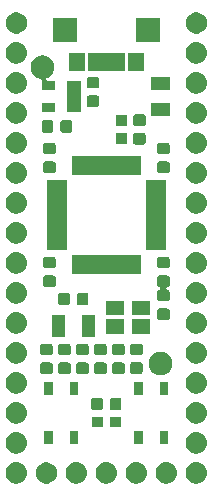
<source format=gts>
G04 #@! TF.GenerationSoftware,KiCad,Pcbnew,(5.1.0)-1*
G04 #@! TF.CreationDate,2019-08-08T12:31:07-05:00*
G04 #@! TF.ProjectId,STM32F070_Breakout,53544d33-3246-4303-9730-5f427265616b,v02*
G04 #@! TF.SameCoordinates,Original*
G04 #@! TF.FileFunction,Soldermask,Top*
G04 #@! TF.FilePolarity,Negative*
%FSLAX46Y46*%
G04 Gerber Fmt 4.6, Leading zero omitted, Abs format (unit mm)*
G04 Created by KiCad (PCBNEW (5.1.0)-1) date 2019-08-08 12:31:07*
%MOMM*%
%LPD*%
G04 APERTURE LIST*
%ADD10C,0.100000*%
G04 APERTURE END LIST*
D10*
G36*
X138540443Y-114675519D02*
G01*
X138606627Y-114682037D01*
X138776466Y-114733557D01*
X138932991Y-114817222D01*
X138968729Y-114846552D01*
X139070186Y-114929814D01*
X139153448Y-115031271D01*
X139182778Y-115067009D01*
X139266443Y-115223534D01*
X139317963Y-115393373D01*
X139335359Y-115570000D01*
X139317963Y-115746627D01*
X139266443Y-115916466D01*
X139182778Y-116072991D01*
X139153448Y-116108729D01*
X139070186Y-116210186D01*
X138997480Y-116269853D01*
X138932991Y-116322778D01*
X138776466Y-116406443D01*
X138606627Y-116457963D01*
X138540442Y-116464482D01*
X138474260Y-116471000D01*
X138385740Y-116471000D01*
X138319558Y-116464482D01*
X138253373Y-116457963D01*
X138083534Y-116406443D01*
X137927009Y-116322778D01*
X137862520Y-116269853D01*
X137789814Y-116210186D01*
X137706552Y-116108729D01*
X137677222Y-116072991D01*
X137593557Y-115916466D01*
X137542037Y-115746627D01*
X137524641Y-115570000D01*
X137542037Y-115393373D01*
X137593557Y-115223534D01*
X137677222Y-115067009D01*
X137706552Y-115031271D01*
X137789814Y-114929814D01*
X137891271Y-114846552D01*
X137927009Y-114817222D01*
X138083534Y-114733557D01*
X138253373Y-114682037D01*
X138319557Y-114675519D01*
X138385740Y-114669000D01*
X138474260Y-114669000D01*
X138540443Y-114675519D01*
X138540443Y-114675519D01*
G37*
G36*
X141080443Y-114675519D02*
G01*
X141146627Y-114682037D01*
X141316466Y-114733557D01*
X141472991Y-114817222D01*
X141508729Y-114846552D01*
X141610186Y-114929814D01*
X141693448Y-115031271D01*
X141722778Y-115067009D01*
X141806443Y-115223534D01*
X141857963Y-115393373D01*
X141875359Y-115570000D01*
X141857963Y-115746627D01*
X141806443Y-115916466D01*
X141722778Y-116072991D01*
X141693448Y-116108729D01*
X141610186Y-116210186D01*
X141537480Y-116269853D01*
X141472991Y-116322778D01*
X141316466Y-116406443D01*
X141146627Y-116457963D01*
X141080442Y-116464482D01*
X141014260Y-116471000D01*
X140925740Y-116471000D01*
X140859558Y-116464482D01*
X140793373Y-116457963D01*
X140623534Y-116406443D01*
X140467009Y-116322778D01*
X140402520Y-116269853D01*
X140329814Y-116210186D01*
X140246552Y-116108729D01*
X140217222Y-116072991D01*
X140133557Y-115916466D01*
X140082037Y-115746627D01*
X140064641Y-115570000D01*
X140082037Y-115393373D01*
X140133557Y-115223534D01*
X140217222Y-115067009D01*
X140246552Y-115031271D01*
X140329814Y-114929814D01*
X140431271Y-114846552D01*
X140467009Y-114817222D01*
X140623534Y-114733557D01*
X140793373Y-114682037D01*
X140859557Y-114675519D01*
X140925740Y-114669000D01*
X141014260Y-114669000D01*
X141080443Y-114675519D01*
X141080443Y-114675519D01*
G37*
G36*
X128380443Y-114675519D02*
G01*
X128446627Y-114682037D01*
X128616466Y-114733557D01*
X128772991Y-114817222D01*
X128808729Y-114846552D01*
X128910186Y-114929814D01*
X128993448Y-115031271D01*
X129022778Y-115067009D01*
X129106443Y-115223534D01*
X129157963Y-115393373D01*
X129175359Y-115570000D01*
X129157963Y-115746627D01*
X129106443Y-115916466D01*
X129022778Y-116072991D01*
X128993448Y-116108729D01*
X128910186Y-116210186D01*
X128837480Y-116269853D01*
X128772991Y-116322778D01*
X128616466Y-116406443D01*
X128446627Y-116457963D01*
X128380442Y-116464482D01*
X128314260Y-116471000D01*
X128225740Y-116471000D01*
X128159558Y-116464482D01*
X128093373Y-116457963D01*
X127923534Y-116406443D01*
X127767009Y-116322778D01*
X127702520Y-116269853D01*
X127629814Y-116210186D01*
X127546552Y-116108729D01*
X127517222Y-116072991D01*
X127433557Y-115916466D01*
X127382037Y-115746627D01*
X127364641Y-115570000D01*
X127382037Y-115393373D01*
X127433557Y-115223534D01*
X127517222Y-115067009D01*
X127546552Y-115031271D01*
X127629814Y-114929814D01*
X127731271Y-114846552D01*
X127767009Y-114817222D01*
X127923534Y-114733557D01*
X128093373Y-114682037D01*
X128159557Y-114675519D01*
X128225740Y-114669000D01*
X128314260Y-114669000D01*
X128380443Y-114675519D01*
X128380443Y-114675519D01*
G37*
G36*
X143620443Y-114675519D02*
G01*
X143686627Y-114682037D01*
X143856466Y-114733557D01*
X144012991Y-114817222D01*
X144048729Y-114846552D01*
X144150186Y-114929814D01*
X144233448Y-115031271D01*
X144262778Y-115067009D01*
X144346443Y-115223534D01*
X144397963Y-115393373D01*
X144415359Y-115570000D01*
X144397963Y-115746627D01*
X144346443Y-115916466D01*
X144262778Y-116072991D01*
X144233448Y-116108729D01*
X144150186Y-116210186D01*
X144077480Y-116269853D01*
X144012991Y-116322778D01*
X143856466Y-116406443D01*
X143686627Y-116457963D01*
X143620442Y-116464482D01*
X143554260Y-116471000D01*
X143465740Y-116471000D01*
X143399558Y-116464482D01*
X143333373Y-116457963D01*
X143163534Y-116406443D01*
X143007009Y-116322778D01*
X142942520Y-116269853D01*
X142869814Y-116210186D01*
X142786552Y-116108729D01*
X142757222Y-116072991D01*
X142673557Y-115916466D01*
X142622037Y-115746627D01*
X142604641Y-115570000D01*
X142622037Y-115393373D01*
X142673557Y-115223534D01*
X142757222Y-115067009D01*
X142786552Y-115031271D01*
X142869814Y-114929814D01*
X142971271Y-114846552D01*
X143007009Y-114817222D01*
X143163534Y-114733557D01*
X143333373Y-114682037D01*
X143399557Y-114675519D01*
X143465740Y-114669000D01*
X143554260Y-114669000D01*
X143620443Y-114675519D01*
X143620443Y-114675519D01*
G37*
G36*
X133460443Y-114675519D02*
G01*
X133526627Y-114682037D01*
X133696466Y-114733557D01*
X133852991Y-114817222D01*
X133888729Y-114846552D01*
X133990186Y-114929814D01*
X134073448Y-115031271D01*
X134102778Y-115067009D01*
X134186443Y-115223534D01*
X134237963Y-115393373D01*
X134255359Y-115570000D01*
X134237963Y-115746627D01*
X134186443Y-115916466D01*
X134102778Y-116072991D01*
X134073448Y-116108729D01*
X133990186Y-116210186D01*
X133917480Y-116269853D01*
X133852991Y-116322778D01*
X133696466Y-116406443D01*
X133526627Y-116457963D01*
X133460442Y-116464482D01*
X133394260Y-116471000D01*
X133305740Y-116471000D01*
X133239558Y-116464482D01*
X133173373Y-116457963D01*
X133003534Y-116406443D01*
X132847009Y-116322778D01*
X132782520Y-116269853D01*
X132709814Y-116210186D01*
X132626552Y-116108729D01*
X132597222Y-116072991D01*
X132513557Y-115916466D01*
X132462037Y-115746627D01*
X132444641Y-115570000D01*
X132462037Y-115393373D01*
X132513557Y-115223534D01*
X132597222Y-115067009D01*
X132626552Y-115031271D01*
X132709814Y-114929814D01*
X132811271Y-114846552D01*
X132847009Y-114817222D01*
X133003534Y-114733557D01*
X133173373Y-114682037D01*
X133239557Y-114675519D01*
X133305740Y-114669000D01*
X133394260Y-114669000D01*
X133460443Y-114675519D01*
X133460443Y-114675519D01*
G37*
G36*
X136000443Y-114675519D02*
G01*
X136066627Y-114682037D01*
X136236466Y-114733557D01*
X136392991Y-114817222D01*
X136428729Y-114846552D01*
X136530186Y-114929814D01*
X136613448Y-115031271D01*
X136642778Y-115067009D01*
X136726443Y-115223534D01*
X136777963Y-115393373D01*
X136795359Y-115570000D01*
X136777963Y-115746627D01*
X136726443Y-115916466D01*
X136642778Y-116072991D01*
X136613448Y-116108729D01*
X136530186Y-116210186D01*
X136457480Y-116269853D01*
X136392991Y-116322778D01*
X136236466Y-116406443D01*
X136066627Y-116457963D01*
X136000442Y-116464482D01*
X135934260Y-116471000D01*
X135845740Y-116471000D01*
X135779558Y-116464482D01*
X135713373Y-116457963D01*
X135543534Y-116406443D01*
X135387009Y-116322778D01*
X135322520Y-116269853D01*
X135249814Y-116210186D01*
X135166552Y-116108729D01*
X135137222Y-116072991D01*
X135053557Y-115916466D01*
X135002037Y-115746627D01*
X134984641Y-115570000D01*
X135002037Y-115393373D01*
X135053557Y-115223534D01*
X135137222Y-115067009D01*
X135166552Y-115031271D01*
X135249814Y-114929814D01*
X135351271Y-114846552D01*
X135387009Y-114817222D01*
X135543534Y-114733557D01*
X135713373Y-114682037D01*
X135779557Y-114675519D01*
X135845740Y-114669000D01*
X135934260Y-114669000D01*
X136000443Y-114675519D01*
X136000443Y-114675519D01*
G37*
G36*
X130923512Y-114673927D02*
G01*
X131072812Y-114703624D01*
X131236784Y-114771544D01*
X131384354Y-114870147D01*
X131509853Y-114995646D01*
X131608456Y-115143216D01*
X131676376Y-115307188D01*
X131711000Y-115481259D01*
X131711000Y-115658741D01*
X131676376Y-115832812D01*
X131608456Y-115996784D01*
X131509853Y-116144354D01*
X131384354Y-116269853D01*
X131236784Y-116368456D01*
X131072812Y-116436376D01*
X130923512Y-116466073D01*
X130898742Y-116471000D01*
X130721258Y-116471000D01*
X130696488Y-116466073D01*
X130547188Y-116436376D01*
X130383216Y-116368456D01*
X130235646Y-116269853D01*
X130110147Y-116144354D01*
X130011544Y-115996784D01*
X129943624Y-115832812D01*
X129909000Y-115658741D01*
X129909000Y-115481259D01*
X129943624Y-115307188D01*
X130011544Y-115143216D01*
X130110147Y-114995646D01*
X130235646Y-114870147D01*
X130383216Y-114771544D01*
X130547188Y-114703624D01*
X130696488Y-114673927D01*
X130721258Y-114669000D01*
X130898742Y-114669000D01*
X130923512Y-114673927D01*
X130923512Y-114673927D01*
G37*
G36*
X128380443Y-112135519D02*
G01*
X128446627Y-112142037D01*
X128616466Y-112193557D01*
X128772991Y-112277222D01*
X128808729Y-112306552D01*
X128910186Y-112389814D01*
X128993448Y-112491271D01*
X129022778Y-112527009D01*
X129106443Y-112683534D01*
X129157963Y-112853373D01*
X129175359Y-113030000D01*
X129157963Y-113206627D01*
X129106443Y-113376466D01*
X129022778Y-113532991D01*
X128993448Y-113568729D01*
X128910186Y-113670186D01*
X128808729Y-113753448D01*
X128772991Y-113782778D01*
X128616466Y-113866443D01*
X128446627Y-113917963D01*
X128380443Y-113924481D01*
X128314260Y-113931000D01*
X128225740Y-113931000D01*
X128159557Y-113924481D01*
X128093373Y-113917963D01*
X127923534Y-113866443D01*
X127767009Y-113782778D01*
X127731271Y-113753448D01*
X127629814Y-113670186D01*
X127546552Y-113568729D01*
X127517222Y-113532991D01*
X127433557Y-113376466D01*
X127382037Y-113206627D01*
X127364641Y-113030000D01*
X127382037Y-112853373D01*
X127433557Y-112683534D01*
X127517222Y-112527009D01*
X127546552Y-112491271D01*
X127629814Y-112389814D01*
X127731271Y-112306552D01*
X127767009Y-112277222D01*
X127923534Y-112193557D01*
X128093373Y-112142037D01*
X128159557Y-112135519D01*
X128225740Y-112129000D01*
X128314260Y-112129000D01*
X128380443Y-112135519D01*
X128380443Y-112135519D01*
G37*
G36*
X143620443Y-112135519D02*
G01*
X143686627Y-112142037D01*
X143856466Y-112193557D01*
X144012991Y-112277222D01*
X144048729Y-112306552D01*
X144150186Y-112389814D01*
X144233448Y-112491271D01*
X144262778Y-112527009D01*
X144346443Y-112683534D01*
X144397963Y-112853373D01*
X144415359Y-113030000D01*
X144397963Y-113206627D01*
X144346443Y-113376466D01*
X144262778Y-113532991D01*
X144233448Y-113568729D01*
X144150186Y-113670186D01*
X144048729Y-113753448D01*
X144012991Y-113782778D01*
X143856466Y-113866443D01*
X143686627Y-113917963D01*
X143620443Y-113924481D01*
X143554260Y-113931000D01*
X143465740Y-113931000D01*
X143399557Y-113924481D01*
X143333373Y-113917963D01*
X143163534Y-113866443D01*
X143007009Y-113782778D01*
X142971271Y-113753448D01*
X142869814Y-113670186D01*
X142786552Y-113568729D01*
X142757222Y-113532991D01*
X142673557Y-113376466D01*
X142622037Y-113206627D01*
X142604641Y-113030000D01*
X142622037Y-112853373D01*
X142673557Y-112683534D01*
X142757222Y-112527009D01*
X142786552Y-112491271D01*
X142869814Y-112389814D01*
X142971271Y-112306552D01*
X143007009Y-112277222D01*
X143163534Y-112193557D01*
X143333373Y-112142037D01*
X143399557Y-112135519D01*
X143465740Y-112129000D01*
X143554260Y-112129000D01*
X143620443Y-112135519D01*
X143620443Y-112135519D01*
G37*
G36*
X131381000Y-113141000D02*
G01*
X130629000Y-113141000D01*
X130629000Y-111989000D01*
X131381000Y-111989000D01*
X131381000Y-113141000D01*
X131381000Y-113141000D01*
G37*
G36*
X141151000Y-113141000D02*
G01*
X140399000Y-113141000D01*
X140399000Y-111989000D01*
X141151000Y-111989000D01*
X141151000Y-113141000D01*
X141151000Y-113141000D01*
G37*
G36*
X133531000Y-113141000D02*
G01*
X132779000Y-113141000D01*
X132779000Y-111989000D01*
X133531000Y-111989000D01*
X133531000Y-113141000D01*
X133531000Y-113141000D01*
G37*
G36*
X139001000Y-113141000D02*
G01*
X138249000Y-113141000D01*
X138249000Y-111989000D01*
X139001000Y-111989000D01*
X139001000Y-113141000D01*
X139001000Y-113141000D01*
G37*
G36*
X135591000Y-111703000D02*
G01*
X134689000Y-111703000D01*
X134689000Y-110801000D01*
X135591000Y-110801000D01*
X135591000Y-111703000D01*
X135591000Y-111703000D01*
G37*
G36*
X137091000Y-111703000D02*
G01*
X136189000Y-111703000D01*
X136189000Y-110801000D01*
X137091000Y-110801000D01*
X137091000Y-111703000D01*
X137091000Y-111703000D01*
G37*
G36*
X128380442Y-109595518D02*
G01*
X128446627Y-109602037D01*
X128616466Y-109653557D01*
X128772991Y-109737222D01*
X128808729Y-109766552D01*
X128910186Y-109849814D01*
X128993448Y-109951271D01*
X129022778Y-109987009D01*
X129106443Y-110143534D01*
X129157963Y-110313373D01*
X129175359Y-110490000D01*
X129157963Y-110666627D01*
X129106443Y-110836466D01*
X129022778Y-110992991D01*
X128993448Y-111028729D01*
X128910186Y-111130186D01*
X128808729Y-111213448D01*
X128772991Y-111242778D01*
X128616466Y-111326443D01*
X128446627Y-111377963D01*
X128380443Y-111384481D01*
X128314260Y-111391000D01*
X128225740Y-111391000D01*
X128159557Y-111384481D01*
X128093373Y-111377963D01*
X127923534Y-111326443D01*
X127767009Y-111242778D01*
X127731271Y-111213448D01*
X127629814Y-111130186D01*
X127546552Y-111028729D01*
X127517222Y-110992991D01*
X127433557Y-110836466D01*
X127382037Y-110666627D01*
X127364641Y-110490000D01*
X127382037Y-110313373D01*
X127433557Y-110143534D01*
X127517222Y-109987009D01*
X127546552Y-109951271D01*
X127629814Y-109849814D01*
X127731271Y-109766552D01*
X127767009Y-109737222D01*
X127923534Y-109653557D01*
X128093373Y-109602037D01*
X128159558Y-109595518D01*
X128225740Y-109589000D01*
X128314260Y-109589000D01*
X128380442Y-109595518D01*
X128380442Y-109595518D01*
G37*
G36*
X143620442Y-109595518D02*
G01*
X143686627Y-109602037D01*
X143856466Y-109653557D01*
X144012991Y-109737222D01*
X144048729Y-109766552D01*
X144150186Y-109849814D01*
X144233448Y-109951271D01*
X144262778Y-109987009D01*
X144346443Y-110143534D01*
X144397963Y-110313373D01*
X144415359Y-110490000D01*
X144397963Y-110666627D01*
X144346443Y-110836466D01*
X144262778Y-110992991D01*
X144233448Y-111028729D01*
X144150186Y-111130186D01*
X144048729Y-111213448D01*
X144012991Y-111242778D01*
X143856466Y-111326443D01*
X143686627Y-111377963D01*
X143620443Y-111384481D01*
X143554260Y-111391000D01*
X143465740Y-111391000D01*
X143399557Y-111384481D01*
X143333373Y-111377963D01*
X143163534Y-111326443D01*
X143007009Y-111242778D01*
X142971271Y-111213448D01*
X142869814Y-111130186D01*
X142786552Y-111028729D01*
X142757222Y-110992991D01*
X142673557Y-110836466D01*
X142622037Y-110666627D01*
X142604641Y-110490000D01*
X142622037Y-110313373D01*
X142673557Y-110143534D01*
X142757222Y-109987009D01*
X142786552Y-109951271D01*
X142869814Y-109849814D01*
X142971271Y-109766552D01*
X143007009Y-109737222D01*
X143163534Y-109653557D01*
X143333373Y-109602037D01*
X143399558Y-109595518D01*
X143465740Y-109589000D01*
X143554260Y-109589000D01*
X143620442Y-109595518D01*
X143620442Y-109595518D01*
G37*
G36*
X135444591Y-109206085D02*
G01*
X135478569Y-109216393D01*
X135509890Y-109233134D01*
X135537339Y-109255661D01*
X135559866Y-109283110D01*
X135576607Y-109314431D01*
X135586915Y-109348409D01*
X135591000Y-109389890D01*
X135591000Y-110066110D01*
X135586915Y-110107591D01*
X135576607Y-110141569D01*
X135559866Y-110172890D01*
X135537339Y-110200339D01*
X135509890Y-110222866D01*
X135478569Y-110239607D01*
X135444591Y-110249915D01*
X135403110Y-110254000D01*
X134801890Y-110254000D01*
X134760409Y-110249915D01*
X134726431Y-110239607D01*
X134695110Y-110222866D01*
X134667661Y-110200339D01*
X134645134Y-110172890D01*
X134628393Y-110141569D01*
X134618085Y-110107591D01*
X134614000Y-110066110D01*
X134614000Y-109389890D01*
X134618085Y-109348409D01*
X134628393Y-109314431D01*
X134645134Y-109283110D01*
X134667661Y-109255661D01*
X134695110Y-109233134D01*
X134726431Y-109216393D01*
X134760409Y-109206085D01*
X134801890Y-109202000D01*
X135403110Y-109202000D01*
X135444591Y-109206085D01*
X135444591Y-109206085D01*
G37*
G36*
X137019591Y-109206085D02*
G01*
X137053569Y-109216393D01*
X137084890Y-109233134D01*
X137112339Y-109255661D01*
X137134866Y-109283110D01*
X137151607Y-109314431D01*
X137161915Y-109348409D01*
X137166000Y-109389890D01*
X137166000Y-110066110D01*
X137161915Y-110107591D01*
X137151607Y-110141569D01*
X137134866Y-110172890D01*
X137112339Y-110200339D01*
X137084890Y-110222866D01*
X137053569Y-110239607D01*
X137019591Y-110249915D01*
X136978110Y-110254000D01*
X136376890Y-110254000D01*
X136335409Y-110249915D01*
X136301431Y-110239607D01*
X136270110Y-110222866D01*
X136242661Y-110200339D01*
X136220134Y-110172890D01*
X136203393Y-110141569D01*
X136193085Y-110107591D01*
X136189000Y-110066110D01*
X136189000Y-109389890D01*
X136193085Y-109348409D01*
X136203393Y-109314431D01*
X136220134Y-109283110D01*
X136242661Y-109255661D01*
X136270110Y-109233134D01*
X136301431Y-109216393D01*
X136335409Y-109206085D01*
X136376890Y-109202000D01*
X136978110Y-109202000D01*
X137019591Y-109206085D01*
X137019591Y-109206085D01*
G37*
G36*
X141151000Y-108991000D02*
G01*
X140399000Y-108991000D01*
X140399000Y-107839000D01*
X141151000Y-107839000D01*
X141151000Y-108991000D01*
X141151000Y-108991000D01*
G37*
G36*
X133531000Y-108991000D02*
G01*
X132779000Y-108991000D01*
X132779000Y-107839000D01*
X133531000Y-107839000D01*
X133531000Y-108991000D01*
X133531000Y-108991000D01*
G37*
G36*
X139001000Y-108991000D02*
G01*
X138249000Y-108991000D01*
X138249000Y-107839000D01*
X139001000Y-107839000D01*
X139001000Y-108991000D01*
X139001000Y-108991000D01*
G37*
G36*
X131381000Y-108991000D02*
G01*
X130629000Y-108991000D01*
X130629000Y-107839000D01*
X131381000Y-107839000D01*
X131381000Y-108991000D01*
X131381000Y-108991000D01*
G37*
G36*
X143620442Y-107055518D02*
G01*
X143686627Y-107062037D01*
X143856466Y-107113557D01*
X143856468Y-107113558D01*
X143901009Y-107137366D01*
X144012991Y-107197222D01*
X144048729Y-107226552D01*
X144150186Y-107309814D01*
X144233448Y-107411271D01*
X144262778Y-107447009D01*
X144346443Y-107603534D01*
X144397963Y-107773373D01*
X144415359Y-107950000D01*
X144397963Y-108126627D01*
X144346443Y-108296466D01*
X144262778Y-108452991D01*
X144233448Y-108488729D01*
X144150186Y-108590186D01*
X144048729Y-108673448D01*
X144012991Y-108702778D01*
X143856466Y-108786443D01*
X143686627Y-108837963D01*
X143620442Y-108844482D01*
X143554260Y-108851000D01*
X143465740Y-108851000D01*
X143399558Y-108844482D01*
X143333373Y-108837963D01*
X143163534Y-108786443D01*
X143007009Y-108702778D01*
X142971271Y-108673448D01*
X142869814Y-108590186D01*
X142786552Y-108488729D01*
X142757222Y-108452991D01*
X142673557Y-108296466D01*
X142622037Y-108126627D01*
X142604641Y-107950000D01*
X142622037Y-107773373D01*
X142673557Y-107603534D01*
X142757222Y-107447009D01*
X142786552Y-107411271D01*
X142869814Y-107309814D01*
X142971271Y-107226552D01*
X143007009Y-107197222D01*
X143118991Y-107137366D01*
X143163532Y-107113558D01*
X143163534Y-107113557D01*
X143333373Y-107062037D01*
X143399558Y-107055518D01*
X143465740Y-107049000D01*
X143554260Y-107049000D01*
X143620442Y-107055518D01*
X143620442Y-107055518D01*
G37*
G36*
X128380442Y-107055518D02*
G01*
X128446627Y-107062037D01*
X128616466Y-107113557D01*
X128616468Y-107113558D01*
X128661009Y-107137366D01*
X128772991Y-107197222D01*
X128808729Y-107226552D01*
X128910186Y-107309814D01*
X128993448Y-107411271D01*
X129022778Y-107447009D01*
X129106443Y-107603534D01*
X129157963Y-107773373D01*
X129175359Y-107950000D01*
X129157963Y-108126627D01*
X129106443Y-108296466D01*
X129022778Y-108452991D01*
X128993448Y-108488729D01*
X128910186Y-108590186D01*
X128808729Y-108673448D01*
X128772991Y-108702778D01*
X128616466Y-108786443D01*
X128446627Y-108837963D01*
X128380442Y-108844482D01*
X128314260Y-108851000D01*
X128225740Y-108851000D01*
X128159558Y-108844482D01*
X128093373Y-108837963D01*
X127923534Y-108786443D01*
X127767009Y-108702778D01*
X127731271Y-108673448D01*
X127629814Y-108590186D01*
X127546552Y-108488729D01*
X127517222Y-108452991D01*
X127433557Y-108296466D01*
X127382037Y-108126627D01*
X127364641Y-107950000D01*
X127382037Y-107773373D01*
X127433557Y-107603534D01*
X127517222Y-107447009D01*
X127546552Y-107411271D01*
X127629814Y-107309814D01*
X127731271Y-107226552D01*
X127767009Y-107197222D01*
X127878991Y-107137366D01*
X127923532Y-107113558D01*
X127923534Y-107113557D01*
X128093373Y-107062037D01*
X128159558Y-107055518D01*
X128225740Y-107049000D01*
X128314260Y-107049000D01*
X128380442Y-107055518D01*
X128380442Y-107055518D01*
G37*
G36*
X140689290Y-105324619D02*
G01*
X140753689Y-105337429D01*
X140935678Y-105412811D01*
X141099463Y-105522249D01*
X141238751Y-105661537D01*
X141348189Y-105825322D01*
X141423571Y-106007311D01*
X141423571Y-106007312D01*
X141462000Y-106200507D01*
X141462000Y-106397493D01*
X141458796Y-106413599D01*
X141423571Y-106590689D01*
X141348189Y-106772678D01*
X141238751Y-106936463D01*
X141099463Y-107075751D01*
X140935678Y-107185189D01*
X140753689Y-107260571D01*
X140689290Y-107273381D01*
X140560493Y-107299000D01*
X140363507Y-107299000D01*
X140234710Y-107273381D01*
X140170311Y-107260571D01*
X139988322Y-107185189D01*
X139824537Y-107075751D01*
X139685249Y-106936463D01*
X139575811Y-106772678D01*
X139500429Y-106590689D01*
X139465204Y-106413599D01*
X139462000Y-106397493D01*
X139462000Y-106200507D01*
X139500429Y-106007312D01*
X139500429Y-106007311D01*
X139575811Y-105825322D01*
X139685249Y-105661537D01*
X139824537Y-105522249D01*
X139988322Y-105412811D01*
X140170311Y-105337429D01*
X140234710Y-105324619D01*
X140363507Y-105299000D01*
X140560493Y-105299000D01*
X140689290Y-105324619D01*
X140689290Y-105324619D01*
G37*
G36*
X132713591Y-106221085D02*
G01*
X132747569Y-106231393D01*
X132778890Y-106248134D01*
X132806339Y-106270661D01*
X132828866Y-106298110D01*
X132845607Y-106329431D01*
X132855915Y-106363409D01*
X132860000Y-106404890D01*
X132860000Y-107006110D01*
X132855915Y-107047591D01*
X132845607Y-107081569D01*
X132828866Y-107112890D01*
X132806339Y-107140339D01*
X132778890Y-107162866D01*
X132747569Y-107179607D01*
X132713591Y-107189915D01*
X132672110Y-107194000D01*
X131995890Y-107194000D01*
X131954409Y-107189915D01*
X131920431Y-107179607D01*
X131889110Y-107162866D01*
X131861661Y-107140339D01*
X131839134Y-107112890D01*
X131822393Y-107081569D01*
X131812085Y-107047591D01*
X131808000Y-107006110D01*
X131808000Y-106404890D01*
X131812085Y-106363409D01*
X131822393Y-106329431D01*
X131839134Y-106298110D01*
X131861661Y-106270661D01*
X131889110Y-106248134D01*
X131920431Y-106231393D01*
X131954409Y-106221085D01*
X131995890Y-106217000D01*
X132672110Y-106217000D01*
X132713591Y-106221085D01*
X132713591Y-106221085D01*
G37*
G36*
X131189591Y-106221085D02*
G01*
X131223569Y-106231393D01*
X131254890Y-106248134D01*
X131282339Y-106270661D01*
X131304866Y-106298110D01*
X131321607Y-106329431D01*
X131331915Y-106363409D01*
X131336000Y-106404890D01*
X131336000Y-107006110D01*
X131331915Y-107047591D01*
X131321607Y-107081569D01*
X131304866Y-107112890D01*
X131282339Y-107140339D01*
X131254890Y-107162866D01*
X131223569Y-107179607D01*
X131189591Y-107189915D01*
X131148110Y-107194000D01*
X130471890Y-107194000D01*
X130430409Y-107189915D01*
X130396431Y-107179607D01*
X130365110Y-107162866D01*
X130337661Y-107140339D01*
X130315134Y-107112890D01*
X130298393Y-107081569D01*
X130288085Y-107047591D01*
X130284000Y-107006110D01*
X130284000Y-106404890D01*
X130288085Y-106363409D01*
X130298393Y-106329431D01*
X130315134Y-106298110D01*
X130337661Y-106270661D01*
X130365110Y-106248134D01*
X130396431Y-106231393D01*
X130430409Y-106221085D01*
X130471890Y-106217000D01*
X131148110Y-106217000D01*
X131189591Y-106221085D01*
X131189591Y-106221085D01*
G37*
G36*
X137285591Y-106221085D02*
G01*
X137319569Y-106231393D01*
X137350890Y-106248134D01*
X137378339Y-106270661D01*
X137400866Y-106298110D01*
X137417607Y-106329431D01*
X137427915Y-106363409D01*
X137432000Y-106404890D01*
X137432000Y-107006110D01*
X137427915Y-107047591D01*
X137417607Y-107081569D01*
X137400866Y-107112890D01*
X137378339Y-107140339D01*
X137350890Y-107162866D01*
X137319569Y-107179607D01*
X137285591Y-107189915D01*
X137244110Y-107194000D01*
X136567890Y-107194000D01*
X136526409Y-107189915D01*
X136492431Y-107179607D01*
X136461110Y-107162866D01*
X136433661Y-107140339D01*
X136411134Y-107112890D01*
X136394393Y-107081569D01*
X136384085Y-107047591D01*
X136380000Y-107006110D01*
X136380000Y-106404890D01*
X136384085Y-106363409D01*
X136394393Y-106329431D01*
X136411134Y-106298110D01*
X136433661Y-106270661D01*
X136461110Y-106248134D01*
X136492431Y-106231393D01*
X136526409Y-106221085D01*
X136567890Y-106217000D01*
X137244110Y-106217000D01*
X137285591Y-106221085D01*
X137285591Y-106221085D01*
G37*
G36*
X134237591Y-106221085D02*
G01*
X134271569Y-106231393D01*
X134302890Y-106248134D01*
X134330339Y-106270661D01*
X134352866Y-106298110D01*
X134369607Y-106329431D01*
X134379915Y-106363409D01*
X134384000Y-106404890D01*
X134384000Y-107006110D01*
X134379915Y-107047591D01*
X134369607Y-107081569D01*
X134352866Y-107112890D01*
X134330339Y-107140339D01*
X134302890Y-107162866D01*
X134271569Y-107179607D01*
X134237591Y-107189915D01*
X134196110Y-107194000D01*
X133519890Y-107194000D01*
X133478409Y-107189915D01*
X133444431Y-107179607D01*
X133413110Y-107162866D01*
X133385661Y-107140339D01*
X133363134Y-107112890D01*
X133346393Y-107081569D01*
X133336085Y-107047591D01*
X133332000Y-107006110D01*
X133332000Y-106404890D01*
X133336085Y-106363409D01*
X133346393Y-106329431D01*
X133363134Y-106298110D01*
X133385661Y-106270661D01*
X133413110Y-106248134D01*
X133444431Y-106231393D01*
X133478409Y-106221085D01*
X133519890Y-106217000D01*
X134196110Y-106217000D01*
X134237591Y-106221085D01*
X134237591Y-106221085D01*
G37*
G36*
X135761591Y-106221085D02*
G01*
X135795569Y-106231393D01*
X135826890Y-106248134D01*
X135854339Y-106270661D01*
X135876866Y-106298110D01*
X135893607Y-106329431D01*
X135903915Y-106363409D01*
X135908000Y-106404890D01*
X135908000Y-107006110D01*
X135903915Y-107047591D01*
X135893607Y-107081569D01*
X135876866Y-107112890D01*
X135854339Y-107140339D01*
X135826890Y-107162866D01*
X135795569Y-107179607D01*
X135761591Y-107189915D01*
X135720110Y-107194000D01*
X135043890Y-107194000D01*
X135002409Y-107189915D01*
X134968431Y-107179607D01*
X134937110Y-107162866D01*
X134909661Y-107140339D01*
X134887134Y-107112890D01*
X134870393Y-107081569D01*
X134860085Y-107047591D01*
X134856000Y-107006110D01*
X134856000Y-106404890D01*
X134860085Y-106363409D01*
X134870393Y-106329431D01*
X134887134Y-106298110D01*
X134909661Y-106270661D01*
X134937110Y-106248134D01*
X134968431Y-106231393D01*
X135002409Y-106221085D01*
X135043890Y-106217000D01*
X135720110Y-106217000D01*
X135761591Y-106221085D01*
X135761591Y-106221085D01*
G37*
G36*
X138809591Y-106195585D02*
G01*
X138843569Y-106205893D01*
X138874890Y-106222634D01*
X138902339Y-106245161D01*
X138924866Y-106272610D01*
X138941607Y-106303931D01*
X138951915Y-106337909D01*
X138956000Y-106379390D01*
X138956000Y-106980610D01*
X138951915Y-107022091D01*
X138941607Y-107056069D01*
X138924866Y-107087390D01*
X138902339Y-107114839D01*
X138874890Y-107137366D01*
X138843569Y-107154107D01*
X138809591Y-107164415D01*
X138768110Y-107168500D01*
X138091890Y-107168500D01*
X138050409Y-107164415D01*
X138016431Y-107154107D01*
X137985110Y-107137366D01*
X137957661Y-107114839D01*
X137935134Y-107087390D01*
X137918393Y-107056069D01*
X137908085Y-107022091D01*
X137904000Y-106980610D01*
X137904000Y-106379390D01*
X137908085Y-106337909D01*
X137918393Y-106303931D01*
X137935134Y-106272610D01*
X137957661Y-106245161D01*
X137985110Y-106222634D01*
X138016431Y-106205893D01*
X138050409Y-106195585D01*
X138091890Y-106191500D01*
X138768110Y-106191500D01*
X138809591Y-106195585D01*
X138809591Y-106195585D01*
G37*
G36*
X128380443Y-104515519D02*
G01*
X128446627Y-104522037D01*
X128616466Y-104573557D01*
X128772991Y-104657222D01*
X128804601Y-104683164D01*
X128910186Y-104769814D01*
X128984814Y-104860750D01*
X129022778Y-104907009D01*
X129106443Y-105063534D01*
X129157963Y-105233373D01*
X129175359Y-105410000D01*
X129157963Y-105586627D01*
X129106443Y-105756466D01*
X129022778Y-105912991D01*
X128993448Y-105948729D01*
X128910186Y-106050186D01*
X128808729Y-106133448D01*
X128772991Y-106162778D01*
X128772989Y-106162779D01*
X128618865Y-106245161D01*
X128616466Y-106246443D01*
X128446627Y-106297963D01*
X128386032Y-106303931D01*
X128314260Y-106311000D01*
X128225740Y-106311000D01*
X128153968Y-106303931D01*
X128093373Y-106297963D01*
X127923534Y-106246443D01*
X127921136Y-106245161D01*
X127767011Y-106162779D01*
X127767009Y-106162778D01*
X127731271Y-106133448D01*
X127629814Y-106050186D01*
X127546552Y-105948729D01*
X127517222Y-105912991D01*
X127433557Y-105756466D01*
X127382037Y-105586627D01*
X127364641Y-105410000D01*
X127382037Y-105233373D01*
X127433557Y-105063534D01*
X127517222Y-104907009D01*
X127555186Y-104860750D01*
X127629814Y-104769814D01*
X127735399Y-104683164D01*
X127767009Y-104657222D01*
X127923534Y-104573557D01*
X128093373Y-104522037D01*
X128159557Y-104515519D01*
X128225740Y-104509000D01*
X128314260Y-104509000D01*
X128380443Y-104515519D01*
X128380443Y-104515519D01*
G37*
G36*
X143620443Y-104515519D02*
G01*
X143686627Y-104522037D01*
X143856466Y-104573557D01*
X144012991Y-104657222D01*
X144044601Y-104683164D01*
X144150186Y-104769814D01*
X144224814Y-104860750D01*
X144262778Y-104907009D01*
X144346443Y-105063534D01*
X144397963Y-105233373D01*
X144415359Y-105410000D01*
X144397963Y-105586627D01*
X144346443Y-105756466D01*
X144262778Y-105912991D01*
X144233448Y-105948729D01*
X144150186Y-106050186D01*
X144048729Y-106133448D01*
X144012991Y-106162778D01*
X144012989Y-106162779D01*
X143858865Y-106245161D01*
X143856466Y-106246443D01*
X143686627Y-106297963D01*
X143626032Y-106303931D01*
X143554260Y-106311000D01*
X143465740Y-106311000D01*
X143393968Y-106303931D01*
X143333373Y-106297963D01*
X143163534Y-106246443D01*
X143161136Y-106245161D01*
X143007011Y-106162779D01*
X143007009Y-106162778D01*
X142971271Y-106133448D01*
X142869814Y-106050186D01*
X142786552Y-105948729D01*
X142757222Y-105912991D01*
X142673557Y-105756466D01*
X142622037Y-105586627D01*
X142604641Y-105410000D01*
X142622037Y-105233373D01*
X142673557Y-105063534D01*
X142757222Y-104907009D01*
X142795186Y-104860750D01*
X142869814Y-104769814D01*
X142975399Y-104683164D01*
X143007009Y-104657222D01*
X143163534Y-104573557D01*
X143333373Y-104522037D01*
X143399557Y-104515519D01*
X143465740Y-104509000D01*
X143554260Y-104509000D01*
X143620443Y-104515519D01*
X143620443Y-104515519D01*
G37*
G36*
X134237591Y-104646085D02*
G01*
X134271569Y-104656393D01*
X134302890Y-104673134D01*
X134330339Y-104695661D01*
X134352866Y-104723110D01*
X134369607Y-104754431D01*
X134379915Y-104788409D01*
X134384000Y-104829890D01*
X134384000Y-105431110D01*
X134379915Y-105472591D01*
X134369607Y-105506569D01*
X134352866Y-105537890D01*
X134330339Y-105565339D01*
X134302890Y-105587866D01*
X134271569Y-105604607D01*
X134237591Y-105614915D01*
X134196110Y-105619000D01*
X133519890Y-105619000D01*
X133478409Y-105614915D01*
X133444431Y-105604607D01*
X133413110Y-105587866D01*
X133385661Y-105565339D01*
X133363134Y-105537890D01*
X133346393Y-105506569D01*
X133336085Y-105472591D01*
X133332000Y-105431110D01*
X133332000Y-104829890D01*
X133336085Y-104788409D01*
X133346393Y-104754431D01*
X133363134Y-104723110D01*
X133385661Y-104695661D01*
X133413110Y-104673134D01*
X133444431Y-104656393D01*
X133478409Y-104646085D01*
X133519890Y-104642000D01*
X134196110Y-104642000D01*
X134237591Y-104646085D01*
X134237591Y-104646085D01*
G37*
G36*
X132713591Y-104646085D02*
G01*
X132747569Y-104656393D01*
X132778890Y-104673134D01*
X132806339Y-104695661D01*
X132828866Y-104723110D01*
X132845607Y-104754431D01*
X132855915Y-104788409D01*
X132860000Y-104829890D01*
X132860000Y-105431110D01*
X132855915Y-105472591D01*
X132845607Y-105506569D01*
X132828866Y-105537890D01*
X132806339Y-105565339D01*
X132778890Y-105587866D01*
X132747569Y-105604607D01*
X132713591Y-105614915D01*
X132672110Y-105619000D01*
X131995890Y-105619000D01*
X131954409Y-105614915D01*
X131920431Y-105604607D01*
X131889110Y-105587866D01*
X131861661Y-105565339D01*
X131839134Y-105537890D01*
X131822393Y-105506569D01*
X131812085Y-105472591D01*
X131808000Y-105431110D01*
X131808000Y-104829890D01*
X131812085Y-104788409D01*
X131822393Y-104754431D01*
X131839134Y-104723110D01*
X131861661Y-104695661D01*
X131889110Y-104673134D01*
X131920431Y-104656393D01*
X131954409Y-104646085D01*
X131995890Y-104642000D01*
X132672110Y-104642000D01*
X132713591Y-104646085D01*
X132713591Y-104646085D01*
G37*
G36*
X135761591Y-104646085D02*
G01*
X135795569Y-104656393D01*
X135826890Y-104673134D01*
X135854339Y-104695661D01*
X135876866Y-104723110D01*
X135893607Y-104754431D01*
X135903915Y-104788409D01*
X135908000Y-104829890D01*
X135908000Y-105431110D01*
X135903915Y-105472591D01*
X135893607Y-105506569D01*
X135876866Y-105537890D01*
X135854339Y-105565339D01*
X135826890Y-105587866D01*
X135795569Y-105604607D01*
X135761591Y-105614915D01*
X135720110Y-105619000D01*
X135043890Y-105619000D01*
X135002409Y-105614915D01*
X134968431Y-105604607D01*
X134937110Y-105587866D01*
X134909661Y-105565339D01*
X134887134Y-105537890D01*
X134870393Y-105506569D01*
X134860085Y-105472591D01*
X134856000Y-105431110D01*
X134856000Y-104829890D01*
X134860085Y-104788409D01*
X134870393Y-104754431D01*
X134887134Y-104723110D01*
X134909661Y-104695661D01*
X134937110Y-104673134D01*
X134968431Y-104656393D01*
X135002409Y-104646085D01*
X135043890Y-104642000D01*
X135720110Y-104642000D01*
X135761591Y-104646085D01*
X135761591Y-104646085D01*
G37*
G36*
X137285591Y-104646085D02*
G01*
X137319569Y-104656393D01*
X137350890Y-104673134D01*
X137378339Y-104695661D01*
X137400866Y-104723110D01*
X137417607Y-104754431D01*
X137427915Y-104788409D01*
X137432000Y-104829890D01*
X137432000Y-105431110D01*
X137427915Y-105472591D01*
X137417607Y-105506569D01*
X137400866Y-105537890D01*
X137378339Y-105565339D01*
X137350890Y-105587866D01*
X137319569Y-105604607D01*
X137285591Y-105614915D01*
X137244110Y-105619000D01*
X136567890Y-105619000D01*
X136526409Y-105614915D01*
X136492431Y-105604607D01*
X136461110Y-105587866D01*
X136433661Y-105565339D01*
X136411134Y-105537890D01*
X136394393Y-105506569D01*
X136384085Y-105472591D01*
X136380000Y-105431110D01*
X136380000Y-104829890D01*
X136384085Y-104788409D01*
X136394393Y-104754431D01*
X136411134Y-104723110D01*
X136433661Y-104695661D01*
X136461110Y-104673134D01*
X136492431Y-104656393D01*
X136526409Y-104646085D01*
X136567890Y-104642000D01*
X137244110Y-104642000D01*
X137285591Y-104646085D01*
X137285591Y-104646085D01*
G37*
G36*
X131189591Y-104646085D02*
G01*
X131223569Y-104656393D01*
X131254890Y-104673134D01*
X131282339Y-104695661D01*
X131304866Y-104723110D01*
X131321607Y-104754431D01*
X131331915Y-104788409D01*
X131336000Y-104829890D01*
X131336000Y-105431110D01*
X131331915Y-105472591D01*
X131321607Y-105506569D01*
X131304866Y-105537890D01*
X131282339Y-105565339D01*
X131254890Y-105587866D01*
X131223569Y-105604607D01*
X131189591Y-105614915D01*
X131148110Y-105619000D01*
X130471890Y-105619000D01*
X130430409Y-105614915D01*
X130396431Y-105604607D01*
X130365110Y-105587866D01*
X130337661Y-105565339D01*
X130315134Y-105537890D01*
X130298393Y-105506569D01*
X130288085Y-105472591D01*
X130284000Y-105431110D01*
X130284000Y-104829890D01*
X130288085Y-104788409D01*
X130298393Y-104754431D01*
X130315134Y-104723110D01*
X130337661Y-104695661D01*
X130365110Y-104673134D01*
X130396431Y-104656393D01*
X130430409Y-104646085D01*
X130471890Y-104642000D01*
X131148110Y-104642000D01*
X131189591Y-104646085D01*
X131189591Y-104646085D01*
G37*
G36*
X138809591Y-104620585D02*
G01*
X138843569Y-104630893D01*
X138874890Y-104647634D01*
X138902339Y-104670161D01*
X138924866Y-104697610D01*
X138941607Y-104728931D01*
X138951915Y-104762909D01*
X138956000Y-104804390D01*
X138956000Y-105405610D01*
X138951915Y-105447091D01*
X138941607Y-105481069D01*
X138924866Y-105512390D01*
X138902339Y-105539839D01*
X138874890Y-105562366D01*
X138843569Y-105579107D01*
X138809591Y-105589415D01*
X138768110Y-105593500D01*
X138091890Y-105593500D01*
X138050409Y-105589415D01*
X138016431Y-105579107D01*
X137985110Y-105562366D01*
X137957661Y-105539839D01*
X137935134Y-105512390D01*
X137918393Y-105481069D01*
X137908085Y-105447091D01*
X137904000Y-105405610D01*
X137904000Y-104804390D01*
X137908085Y-104762909D01*
X137918393Y-104728931D01*
X137935134Y-104697610D01*
X137957661Y-104670161D01*
X137985110Y-104647634D01*
X138016431Y-104630893D01*
X138050409Y-104620585D01*
X138091890Y-104616500D01*
X138768110Y-104616500D01*
X138809591Y-104620585D01*
X138809591Y-104620585D01*
G37*
G36*
X134897000Y-104075000D02*
G01*
X133795000Y-104075000D01*
X133795000Y-102173000D01*
X134897000Y-102173000D01*
X134897000Y-104075000D01*
X134897000Y-104075000D01*
G37*
G36*
X132397000Y-104075000D02*
G01*
X131295000Y-104075000D01*
X131295000Y-102173000D01*
X132397000Y-102173000D01*
X132397000Y-104075000D01*
X132397000Y-104075000D01*
G37*
G36*
X139603000Y-103826000D02*
G01*
X138101000Y-103826000D01*
X138101000Y-102574000D01*
X139603000Y-102574000D01*
X139603000Y-103826000D01*
X139603000Y-103826000D01*
G37*
G36*
X137403000Y-103826000D02*
G01*
X135901000Y-103826000D01*
X135901000Y-102574000D01*
X137403000Y-102574000D01*
X137403000Y-103826000D01*
X137403000Y-103826000D01*
G37*
G36*
X128380442Y-101975518D02*
G01*
X128446627Y-101982037D01*
X128616466Y-102033557D01*
X128772991Y-102117222D01*
X128808729Y-102146552D01*
X128910186Y-102229814D01*
X128993448Y-102331271D01*
X129022778Y-102367009D01*
X129064611Y-102445272D01*
X129098979Y-102509569D01*
X129106443Y-102523534D01*
X129157963Y-102693373D01*
X129175359Y-102870000D01*
X129157963Y-103046627D01*
X129106443Y-103216466D01*
X129022778Y-103372991D01*
X128993448Y-103408729D01*
X128910186Y-103510186D01*
X128808729Y-103593448D01*
X128772991Y-103622778D01*
X128616466Y-103706443D01*
X128446627Y-103757963D01*
X128380443Y-103764481D01*
X128314260Y-103771000D01*
X128225740Y-103771000D01*
X128159557Y-103764481D01*
X128093373Y-103757963D01*
X127923534Y-103706443D01*
X127767009Y-103622778D01*
X127731271Y-103593448D01*
X127629814Y-103510186D01*
X127546552Y-103408729D01*
X127517222Y-103372991D01*
X127433557Y-103216466D01*
X127382037Y-103046627D01*
X127364641Y-102870000D01*
X127382037Y-102693373D01*
X127433557Y-102523534D01*
X127441022Y-102509569D01*
X127475389Y-102445272D01*
X127517222Y-102367009D01*
X127546552Y-102331271D01*
X127629814Y-102229814D01*
X127731271Y-102146552D01*
X127767009Y-102117222D01*
X127923534Y-102033557D01*
X128093373Y-101982037D01*
X128159558Y-101975518D01*
X128225740Y-101969000D01*
X128314260Y-101969000D01*
X128380442Y-101975518D01*
X128380442Y-101975518D01*
G37*
G36*
X143620442Y-101975518D02*
G01*
X143686627Y-101982037D01*
X143856466Y-102033557D01*
X144012991Y-102117222D01*
X144048729Y-102146552D01*
X144150186Y-102229814D01*
X144233448Y-102331271D01*
X144262778Y-102367009D01*
X144304611Y-102445272D01*
X144338979Y-102509569D01*
X144346443Y-102523534D01*
X144397963Y-102693373D01*
X144415359Y-102870000D01*
X144397963Y-103046627D01*
X144346443Y-103216466D01*
X144262778Y-103372991D01*
X144233448Y-103408729D01*
X144150186Y-103510186D01*
X144048729Y-103593448D01*
X144012991Y-103622778D01*
X143856466Y-103706443D01*
X143686627Y-103757963D01*
X143620443Y-103764481D01*
X143554260Y-103771000D01*
X143465740Y-103771000D01*
X143399557Y-103764481D01*
X143333373Y-103757963D01*
X143163534Y-103706443D01*
X143007009Y-103622778D01*
X142971271Y-103593448D01*
X142869814Y-103510186D01*
X142786552Y-103408729D01*
X142757222Y-103372991D01*
X142673557Y-103216466D01*
X142622037Y-103046627D01*
X142604641Y-102870000D01*
X142622037Y-102693373D01*
X142673557Y-102523534D01*
X142681022Y-102509569D01*
X142715389Y-102445272D01*
X142757222Y-102367009D01*
X142786552Y-102331271D01*
X142869814Y-102229814D01*
X142971271Y-102146552D01*
X143007009Y-102117222D01*
X143163534Y-102033557D01*
X143333373Y-101982037D01*
X143399558Y-101975518D01*
X143465740Y-101969000D01*
X143554260Y-101969000D01*
X143620442Y-101975518D01*
X143620442Y-101975518D01*
G37*
G36*
X141095591Y-101649085D02*
G01*
X141129569Y-101659393D01*
X141160890Y-101676134D01*
X141188339Y-101698661D01*
X141210866Y-101726110D01*
X141227607Y-101757431D01*
X141237915Y-101791409D01*
X141242000Y-101832890D01*
X141242000Y-102434110D01*
X141237915Y-102475591D01*
X141227607Y-102509569D01*
X141210866Y-102540890D01*
X141188339Y-102568339D01*
X141160890Y-102590866D01*
X141129569Y-102607607D01*
X141095591Y-102617915D01*
X141054110Y-102622000D01*
X140377890Y-102622000D01*
X140336409Y-102617915D01*
X140302431Y-102607607D01*
X140271110Y-102590866D01*
X140243661Y-102568339D01*
X140221134Y-102540890D01*
X140204393Y-102509569D01*
X140194085Y-102475591D01*
X140190000Y-102434110D01*
X140190000Y-101832890D01*
X140194085Y-101791409D01*
X140204393Y-101757431D01*
X140221134Y-101726110D01*
X140243661Y-101698661D01*
X140271110Y-101676134D01*
X140302431Y-101659393D01*
X140336409Y-101649085D01*
X140377890Y-101645000D01*
X141054110Y-101645000D01*
X141095591Y-101649085D01*
X141095591Y-101649085D01*
G37*
G36*
X139603000Y-102226000D02*
G01*
X138101000Y-102226000D01*
X138101000Y-100974000D01*
X139603000Y-100974000D01*
X139603000Y-102226000D01*
X139603000Y-102226000D01*
G37*
G36*
X137403000Y-102226000D02*
G01*
X135901000Y-102226000D01*
X135901000Y-100974000D01*
X137403000Y-100974000D01*
X137403000Y-102226000D01*
X137403000Y-102226000D01*
G37*
G36*
X132650591Y-100316085D02*
G01*
X132684569Y-100326393D01*
X132715890Y-100343134D01*
X132743339Y-100365661D01*
X132765866Y-100393110D01*
X132782607Y-100424431D01*
X132792915Y-100458409D01*
X132797000Y-100499890D01*
X132797000Y-101176110D01*
X132792915Y-101217591D01*
X132782607Y-101251569D01*
X132765866Y-101282890D01*
X132743339Y-101310339D01*
X132715890Y-101332866D01*
X132684569Y-101349607D01*
X132650591Y-101359915D01*
X132609110Y-101364000D01*
X132007890Y-101364000D01*
X131966409Y-101359915D01*
X131932431Y-101349607D01*
X131901110Y-101332866D01*
X131873661Y-101310339D01*
X131851134Y-101282890D01*
X131834393Y-101251569D01*
X131824085Y-101217591D01*
X131820000Y-101176110D01*
X131820000Y-100499890D01*
X131824085Y-100458409D01*
X131834393Y-100424431D01*
X131851134Y-100393110D01*
X131873661Y-100365661D01*
X131901110Y-100343134D01*
X131932431Y-100326393D01*
X131966409Y-100316085D01*
X132007890Y-100312000D01*
X132609110Y-100312000D01*
X132650591Y-100316085D01*
X132650591Y-100316085D01*
G37*
G36*
X134225591Y-100316085D02*
G01*
X134259569Y-100326393D01*
X134290890Y-100343134D01*
X134318339Y-100365661D01*
X134340866Y-100393110D01*
X134357607Y-100424431D01*
X134367915Y-100458409D01*
X134372000Y-100499890D01*
X134372000Y-101176110D01*
X134367915Y-101217591D01*
X134357607Y-101251569D01*
X134340866Y-101282890D01*
X134318339Y-101310339D01*
X134290890Y-101332866D01*
X134259569Y-101349607D01*
X134225591Y-101359915D01*
X134184110Y-101364000D01*
X133582890Y-101364000D01*
X133541409Y-101359915D01*
X133507431Y-101349607D01*
X133476110Y-101332866D01*
X133448661Y-101310339D01*
X133426134Y-101282890D01*
X133409393Y-101251569D01*
X133399085Y-101217591D01*
X133395000Y-101176110D01*
X133395000Y-100499890D01*
X133399085Y-100458409D01*
X133409393Y-100424431D01*
X133426134Y-100393110D01*
X133448661Y-100365661D01*
X133476110Y-100343134D01*
X133507431Y-100326393D01*
X133541409Y-100316085D01*
X133582890Y-100312000D01*
X134184110Y-100312000D01*
X134225591Y-100316085D01*
X134225591Y-100316085D01*
G37*
G36*
X143620443Y-99435519D02*
G01*
X143686627Y-99442037D01*
X143856466Y-99493557D01*
X144012991Y-99577222D01*
X144020945Y-99583750D01*
X144150186Y-99689814D01*
X144219553Y-99774339D01*
X144262778Y-99827009D01*
X144285598Y-99869702D01*
X144334534Y-99961253D01*
X144346443Y-99983534D01*
X144397963Y-100153373D01*
X144415359Y-100330000D01*
X144397963Y-100506627D01*
X144346443Y-100676466D01*
X144262778Y-100832991D01*
X144233448Y-100868729D01*
X144150186Y-100970186D01*
X144062305Y-101042307D01*
X144012991Y-101082778D01*
X143856466Y-101166443D01*
X143686627Y-101217963D01*
X143620443Y-101224481D01*
X143554260Y-101231000D01*
X143465740Y-101231000D01*
X143399558Y-101224482D01*
X143333373Y-101217963D01*
X143163534Y-101166443D01*
X143007009Y-101082778D01*
X142957695Y-101042307D01*
X142869814Y-100970186D01*
X142786552Y-100868729D01*
X142757222Y-100832991D01*
X142673557Y-100676466D01*
X142622037Y-100506627D01*
X142604641Y-100330000D01*
X142622037Y-100153373D01*
X142673557Y-99983534D01*
X142685467Y-99961253D01*
X142734402Y-99869702D01*
X142757222Y-99827009D01*
X142800447Y-99774339D01*
X142869814Y-99689814D01*
X142999055Y-99583750D01*
X143007009Y-99577222D01*
X143163534Y-99493557D01*
X143333373Y-99442037D01*
X143399558Y-99435518D01*
X143465740Y-99429000D01*
X143554260Y-99429000D01*
X143620443Y-99435519D01*
X143620443Y-99435519D01*
G37*
G36*
X128380443Y-99435519D02*
G01*
X128446627Y-99442037D01*
X128616466Y-99493557D01*
X128772991Y-99577222D01*
X128780945Y-99583750D01*
X128910186Y-99689814D01*
X128979553Y-99774339D01*
X129022778Y-99827009D01*
X129045598Y-99869702D01*
X129094534Y-99961253D01*
X129106443Y-99983534D01*
X129157963Y-100153373D01*
X129175359Y-100330000D01*
X129157963Y-100506627D01*
X129106443Y-100676466D01*
X129022778Y-100832991D01*
X128993448Y-100868729D01*
X128910186Y-100970186D01*
X128822305Y-101042307D01*
X128772991Y-101082778D01*
X128616466Y-101166443D01*
X128446627Y-101217963D01*
X128380443Y-101224481D01*
X128314260Y-101231000D01*
X128225740Y-101231000D01*
X128159558Y-101224482D01*
X128093373Y-101217963D01*
X127923534Y-101166443D01*
X127767009Y-101082778D01*
X127717695Y-101042307D01*
X127629814Y-100970186D01*
X127546552Y-100868729D01*
X127517222Y-100832991D01*
X127433557Y-100676466D01*
X127382037Y-100506627D01*
X127364641Y-100330000D01*
X127382037Y-100153373D01*
X127433557Y-99983534D01*
X127445467Y-99961253D01*
X127494402Y-99869702D01*
X127517222Y-99827009D01*
X127560447Y-99774339D01*
X127629814Y-99689814D01*
X127759055Y-99583750D01*
X127767009Y-99577222D01*
X127923534Y-99493557D01*
X128093373Y-99442037D01*
X128159558Y-99435518D01*
X128225740Y-99429000D01*
X128314260Y-99429000D01*
X128380443Y-99435519D01*
X128380443Y-99435519D01*
G37*
G36*
X141095591Y-98855085D02*
G01*
X141129569Y-98865393D01*
X141160890Y-98882134D01*
X141188339Y-98904661D01*
X141210866Y-98932110D01*
X141227607Y-98963431D01*
X141237915Y-98997409D01*
X141242000Y-99038890D01*
X141242000Y-99640110D01*
X141237915Y-99681591D01*
X141227607Y-99715569D01*
X141210866Y-99746890D01*
X141188339Y-99774339D01*
X141160890Y-99796866D01*
X141129569Y-99813607D01*
X141095591Y-99823915D01*
X141088601Y-99824603D01*
X141064568Y-99829383D01*
X141041929Y-99838761D01*
X141021555Y-99852374D01*
X141004228Y-99869701D01*
X140990614Y-99890075D01*
X140981237Y-99912714D01*
X140976456Y-99936747D01*
X140976456Y-99961252D01*
X140981236Y-99985285D01*
X140990614Y-100007924D01*
X141004227Y-100028298D01*
X141021554Y-100045625D01*
X141041928Y-100059239D01*
X141064567Y-100068616D01*
X141088601Y-100073397D01*
X141095591Y-100074085D01*
X141129569Y-100084393D01*
X141160890Y-100101134D01*
X141188339Y-100123661D01*
X141210866Y-100151110D01*
X141227607Y-100182431D01*
X141237915Y-100216409D01*
X141242000Y-100257890D01*
X141242000Y-100859110D01*
X141237915Y-100900591D01*
X141227607Y-100934569D01*
X141210866Y-100965890D01*
X141188339Y-100993339D01*
X141160890Y-101015866D01*
X141129569Y-101032607D01*
X141095591Y-101042915D01*
X141054110Y-101047000D01*
X140377890Y-101047000D01*
X140336409Y-101042915D01*
X140302431Y-101032607D01*
X140271110Y-101015866D01*
X140243661Y-100993339D01*
X140221134Y-100965890D01*
X140204393Y-100934569D01*
X140194085Y-100900591D01*
X140190000Y-100859110D01*
X140190000Y-100257890D01*
X140194085Y-100216409D01*
X140204393Y-100182431D01*
X140221134Y-100151110D01*
X140243661Y-100123661D01*
X140271110Y-100101134D01*
X140302431Y-100084393D01*
X140336409Y-100074085D01*
X140343399Y-100073397D01*
X140367432Y-100068617D01*
X140390071Y-100059239D01*
X140410445Y-100045626D01*
X140427772Y-100028299D01*
X140441386Y-100007925D01*
X140450763Y-99985286D01*
X140455544Y-99961253D01*
X140455544Y-99936748D01*
X140450764Y-99912715D01*
X140441386Y-99890076D01*
X140427773Y-99869702D01*
X140410446Y-99852375D01*
X140390072Y-99838761D01*
X140367433Y-99829384D01*
X140343399Y-99824603D01*
X140336409Y-99823915D01*
X140302431Y-99813607D01*
X140271110Y-99796866D01*
X140243661Y-99774339D01*
X140221134Y-99746890D01*
X140204393Y-99715569D01*
X140194085Y-99681591D01*
X140190000Y-99640110D01*
X140190000Y-99038890D01*
X140194085Y-98997409D01*
X140204393Y-98963431D01*
X140221134Y-98932110D01*
X140243661Y-98904661D01*
X140271110Y-98882134D01*
X140302431Y-98865393D01*
X140336409Y-98855085D01*
X140377890Y-98851000D01*
X141054110Y-98851000D01*
X141095591Y-98855085D01*
X141095591Y-98855085D01*
G37*
G36*
X131443591Y-98855085D02*
G01*
X131477569Y-98865393D01*
X131508890Y-98882134D01*
X131536339Y-98904661D01*
X131558866Y-98932110D01*
X131575607Y-98963431D01*
X131585915Y-98997409D01*
X131590000Y-99038890D01*
X131590000Y-99640110D01*
X131585915Y-99681591D01*
X131575607Y-99715569D01*
X131558866Y-99746890D01*
X131536339Y-99774339D01*
X131508890Y-99796866D01*
X131477569Y-99813607D01*
X131443591Y-99823915D01*
X131402110Y-99828000D01*
X130725890Y-99828000D01*
X130684409Y-99823915D01*
X130650431Y-99813607D01*
X130619110Y-99796866D01*
X130591661Y-99774339D01*
X130569134Y-99746890D01*
X130552393Y-99715569D01*
X130542085Y-99681591D01*
X130538000Y-99640110D01*
X130538000Y-99038890D01*
X130542085Y-98997409D01*
X130552393Y-98963431D01*
X130569134Y-98932110D01*
X130591661Y-98904661D01*
X130619110Y-98882134D01*
X130650431Y-98865393D01*
X130684409Y-98855085D01*
X130725890Y-98851000D01*
X131402110Y-98851000D01*
X131443591Y-98855085D01*
X131443591Y-98855085D01*
G37*
G36*
X138831000Y-98737000D02*
G01*
X132949000Y-98737000D01*
X132949000Y-97075000D01*
X138831000Y-97075000D01*
X138831000Y-98737000D01*
X138831000Y-98737000D01*
G37*
G36*
X128380442Y-96895518D02*
G01*
X128446627Y-96902037D01*
X128616466Y-96953557D01*
X128772991Y-97037222D01*
X128808729Y-97066552D01*
X128910186Y-97149814D01*
X128993448Y-97251271D01*
X129022778Y-97287009D01*
X129106443Y-97443534D01*
X129157963Y-97613373D01*
X129175359Y-97790000D01*
X129157963Y-97966627D01*
X129116831Y-98102220D01*
X129106442Y-98136468D01*
X129072836Y-98199339D01*
X129022778Y-98292991D01*
X128993448Y-98328729D01*
X128910186Y-98430186D01*
X128808729Y-98513448D01*
X128772991Y-98542778D01*
X128616466Y-98626443D01*
X128446627Y-98677963D01*
X128380442Y-98684482D01*
X128314260Y-98691000D01*
X128225740Y-98691000D01*
X128159558Y-98684482D01*
X128093373Y-98677963D01*
X127923534Y-98626443D01*
X127767009Y-98542778D01*
X127731271Y-98513448D01*
X127629814Y-98430186D01*
X127546552Y-98328729D01*
X127517222Y-98292991D01*
X127467164Y-98199339D01*
X127433558Y-98136468D01*
X127423169Y-98102220D01*
X127382037Y-97966627D01*
X127364641Y-97790000D01*
X127382037Y-97613373D01*
X127433557Y-97443534D01*
X127517222Y-97287009D01*
X127546552Y-97251271D01*
X127629814Y-97149814D01*
X127731271Y-97066552D01*
X127767009Y-97037222D01*
X127923534Y-96953557D01*
X128093373Y-96902037D01*
X128159558Y-96895518D01*
X128225740Y-96889000D01*
X128314260Y-96889000D01*
X128380442Y-96895518D01*
X128380442Y-96895518D01*
G37*
G36*
X143620442Y-96895518D02*
G01*
X143686627Y-96902037D01*
X143856466Y-96953557D01*
X144012991Y-97037222D01*
X144048729Y-97066552D01*
X144150186Y-97149814D01*
X144233448Y-97251271D01*
X144262778Y-97287009D01*
X144346443Y-97443534D01*
X144397963Y-97613373D01*
X144415359Y-97790000D01*
X144397963Y-97966627D01*
X144356831Y-98102220D01*
X144346442Y-98136468D01*
X144312836Y-98199339D01*
X144262778Y-98292991D01*
X144233448Y-98328729D01*
X144150186Y-98430186D01*
X144048729Y-98513448D01*
X144012991Y-98542778D01*
X143856466Y-98626443D01*
X143686627Y-98677963D01*
X143620442Y-98684482D01*
X143554260Y-98691000D01*
X143465740Y-98691000D01*
X143399558Y-98684482D01*
X143333373Y-98677963D01*
X143163534Y-98626443D01*
X143007009Y-98542778D01*
X142971271Y-98513448D01*
X142869814Y-98430186D01*
X142786552Y-98328729D01*
X142757222Y-98292991D01*
X142707164Y-98199339D01*
X142673558Y-98136468D01*
X142663169Y-98102220D01*
X142622037Y-97966627D01*
X142604641Y-97790000D01*
X142622037Y-97613373D01*
X142673557Y-97443534D01*
X142757222Y-97287009D01*
X142786552Y-97251271D01*
X142869814Y-97149814D01*
X142971271Y-97066552D01*
X143007009Y-97037222D01*
X143163534Y-96953557D01*
X143333373Y-96902037D01*
X143399558Y-96895518D01*
X143465740Y-96889000D01*
X143554260Y-96889000D01*
X143620442Y-96895518D01*
X143620442Y-96895518D01*
G37*
G36*
X131443591Y-97280085D02*
G01*
X131477569Y-97290393D01*
X131508890Y-97307134D01*
X131536339Y-97329661D01*
X131558866Y-97357110D01*
X131575607Y-97388431D01*
X131585915Y-97422409D01*
X131590000Y-97463890D01*
X131590000Y-98065110D01*
X131585915Y-98106591D01*
X131575607Y-98140569D01*
X131558866Y-98171890D01*
X131536339Y-98199339D01*
X131508890Y-98221866D01*
X131477569Y-98238607D01*
X131443591Y-98248915D01*
X131402110Y-98253000D01*
X130725890Y-98253000D01*
X130684409Y-98248915D01*
X130650431Y-98238607D01*
X130619110Y-98221866D01*
X130591661Y-98199339D01*
X130569134Y-98171890D01*
X130552393Y-98140569D01*
X130542085Y-98106591D01*
X130538000Y-98065110D01*
X130538000Y-97463890D01*
X130542085Y-97422409D01*
X130552393Y-97388431D01*
X130569134Y-97357110D01*
X130591661Y-97329661D01*
X130619110Y-97307134D01*
X130650431Y-97290393D01*
X130684409Y-97280085D01*
X130725890Y-97276000D01*
X131402110Y-97276000D01*
X131443591Y-97280085D01*
X131443591Y-97280085D01*
G37*
G36*
X141095591Y-97280085D02*
G01*
X141129569Y-97290393D01*
X141160890Y-97307134D01*
X141188339Y-97329661D01*
X141210866Y-97357110D01*
X141227607Y-97388431D01*
X141237915Y-97422409D01*
X141242000Y-97463890D01*
X141242000Y-98065110D01*
X141237915Y-98106591D01*
X141227607Y-98140569D01*
X141210866Y-98171890D01*
X141188339Y-98199339D01*
X141160890Y-98221866D01*
X141129569Y-98238607D01*
X141095591Y-98248915D01*
X141054110Y-98253000D01*
X140377890Y-98253000D01*
X140336409Y-98248915D01*
X140302431Y-98238607D01*
X140271110Y-98221866D01*
X140243661Y-98199339D01*
X140221134Y-98171890D01*
X140204393Y-98140569D01*
X140194085Y-98106591D01*
X140190000Y-98065110D01*
X140190000Y-97463890D01*
X140194085Y-97422409D01*
X140204393Y-97388431D01*
X140221134Y-97357110D01*
X140243661Y-97329661D01*
X140271110Y-97307134D01*
X140302431Y-97290393D01*
X140336409Y-97280085D01*
X140377890Y-97276000D01*
X141054110Y-97276000D01*
X141095591Y-97280085D01*
X141095591Y-97280085D01*
G37*
G36*
X132541000Y-96667000D02*
G01*
X130879000Y-96667000D01*
X130879000Y-90785000D01*
X132541000Y-90785000D01*
X132541000Y-96667000D01*
X132541000Y-96667000D01*
G37*
G36*
X140901000Y-96667000D02*
G01*
X139239000Y-96667000D01*
X139239000Y-90785000D01*
X140901000Y-90785000D01*
X140901000Y-96667000D01*
X140901000Y-96667000D01*
G37*
G36*
X143620442Y-94355518D02*
G01*
X143686627Y-94362037D01*
X143856466Y-94413557D01*
X144012991Y-94497222D01*
X144048729Y-94526552D01*
X144150186Y-94609814D01*
X144233448Y-94711271D01*
X144262778Y-94747009D01*
X144346443Y-94903534D01*
X144397963Y-95073373D01*
X144415359Y-95250000D01*
X144397963Y-95426627D01*
X144346443Y-95596466D01*
X144262778Y-95752991D01*
X144236509Y-95785000D01*
X144150186Y-95890186D01*
X144048729Y-95973448D01*
X144012991Y-96002778D01*
X143856466Y-96086443D01*
X143686627Y-96137963D01*
X143620443Y-96144481D01*
X143554260Y-96151000D01*
X143465740Y-96151000D01*
X143399558Y-96144482D01*
X143333373Y-96137963D01*
X143163534Y-96086443D01*
X143007009Y-96002778D01*
X142971271Y-95973448D01*
X142869814Y-95890186D01*
X142783491Y-95785000D01*
X142757222Y-95752991D01*
X142673557Y-95596466D01*
X142622037Y-95426627D01*
X142604641Y-95250000D01*
X142622037Y-95073373D01*
X142673557Y-94903534D01*
X142757222Y-94747009D01*
X142786552Y-94711271D01*
X142869814Y-94609814D01*
X142971271Y-94526552D01*
X143007009Y-94497222D01*
X143163534Y-94413557D01*
X143333373Y-94362037D01*
X143399557Y-94355519D01*
X143465740Y-94349000D01*
X143554260Y-94349000D01*
X143620442Y-94355518D01*
X143620442Y-94355518D01*
G37*
G36*
X128380442Y-94355518D02*
G01*
X128446627Y-94362037D01*
X128616466Y-94413557D01*
X128772991Y-94497222D01*
X128808729Y-94526552D01*
X128910186Y-94609814D01*
X128993448Y-94711271D01*
X129022778Y-94747009D01*
X129106443Y-94903534D01*
X129157963Y-95073373D01*
X129175359Y-95250000D01*
X129157963Y-95426627D01*
X129106443Y-95596466D01*
X129022778Y-95752991D01*
X128996509Y-95785000D01*
X128910186Y-95890186D01*
X128808729Y-95973448D01*
X128772991Y-96002778D01*
X128616466Y-96086443D01*
X128446627Y-96137963D01*
X128380443Y-96144481D01*
X128314260Y-96151000D01*
X128225740Y-96151000D01*
X128159558Y-96144482D01*
X128093373Y-96137963D01*
X127923534Y-96086443D01*
X127767009Y-96002778D01*
X127731271Y-95973448D01*
X127629814Y-95890186D01*
X127543491Y-95785000D01*
X127517222Y-95752991D01*
X127433557Y-95596466D01*
X127382037Y-95426627D01*
X127364641Y-95250000D01*
X127382037Y-95073373D01*
X127433557Y-94903534D01*
X127517222Y-94747009D01*
X127546552Y-94711271D01*
X127629814Y-94609814D01*
X127731271Y-94526552D01*
X127767009Y-94497222D01*
X127923534Y-94413557D01*
X128093373Y-94362037D01*
X128159557Y-94355519D01*
X128225740Y-94349000D01*
X128314260Y-94349000D01*
X128380442Y-94355518D01*
X128380442Y-94355518D01*
G37*
G36*
X128380442Y-91815518D02*
G01*
X128446627Y-91822037D01*
X128616466Y-91873557D01*
X128772991Y-91957222D01*
X128808729Y-91986552D01*
X128910186Y-92069814D01*
X128989943Y-92167000D01*
X129022778Y-92207009D01*
X129106443Y-92363534D01*
X129157963Y-92533373D01*
X129175359Y-92710000D01*
X129157963Y-92886627D01*
X129106443Y-93056466D01*
X129022778Y-93212991D01*
X128993448Y-93248729D01*
X128910186Y-93350186D01*
X128808729Y-93433448D01*
X128772991Y-93462778D01*
X128616466Y-93546443D01*
X128446627Y-93597963D01*
X128380442Y-93604482D01*
X128314260Y-93611000D01*
X128225740Y-93611000D01*
X128159557Y-93604481D01*
X128093373Y-93597963D01*
X127923534Y-93546443D01*
X127767009Y-93462778D01*
X127731271Y-93433448D01*
X127629814Y-93350186D01*
X127546552Y-93248729D01*
X127517222Y-93212991D01*
X127433557Y-93056466D01*
X127382037Y-92886627D01*
X127364641Y-92710000D01*
X127382037Y-92533373D01*
X127433557Y-92363534D01*
X127517222Y-92207009D01*
X127550057Y-92167000D01*
X127629814Y-92069814D01*
X127731271Y-91986552D01*
X127767009Y-91957222D01*
X127923534Y-91873557D01*
X128093373Y-91822037D01*
X128159558Y-91815518D01*
X128225740Y-91809000D01*
X128314260Y-91809000D01*
X128380442Y-91815518D01*
X128380442Y-91815518D01*
G37*
G36*
X143620442Y-91815518D02*
G01*
X143686627Y-91822037D01*
X143856466Y-91873557D01*
X144012991Y-91957222D01*
X144048729Y-91986552D01*
X144150186Y-92069814D01*
X144229943Y-92167000D01*
X144262778Y-92207009D01*
X144346443Y-92363534D01*
X144397963Y-92533373D01*
X144415359Y-92710000D01*
X144397963Y-92886627D01*
X144346443Y-93056466D01*
X144262778Y-93212991D01*
X144233448Y-93248729D01*
X144150186Y-93350186D01*
X144048729Y-93433448D01*
X144012991Y-93462778D01*
X143856466Y-93546443D01*
X143686627Y-93597963D01*
X143620442Y-93604482D01*
X143554260Y-93611000D01*
X143465740Y-93611000D01*
X143399557Y-93604481D01*
X143333373Y-93597963D01*
X143163534Y-93546443D01*
X143007009Y-93462778D01*
X142971271Y-93433448D01*
X142869814Y-93350186D01*
X142786552Y-93248729D01*
X142757222Y-93212991D01*
X142673557Y-93056466D01*
X142622037Y-92886627D01*
X142604641Y-92710000D01*
X142622037Y-92533373D01*
X142673557Y-92363534D01*
X142757222Y-92207009D01*
X142790057Y-92167000D01*
X142869814Y-92069814D01*
X142971271Y-91986552D01*
X143007009Y-91957222D01*
X143163534Y-91873557D01*
X143333373Y-91822037D01*
X143399558Y-91815518D01*
X143465740Y-91809000D01*
X143554260Y-91809000D01*
X143620442Y-91815518D01*
X143620442Y-91815518D01*
G37*
G36*
X128380443Y-89275519D02*
G01*
X128446627Y-89282037D01*
X128616466Y-89333557D01*
X128772991Y-89417222D01*
X128804706Y-89443250D01*
X128910186Y-89529814D01*
X128993448Y-89631271D01*
X129022778Y-89667009D01*
X129106443Y-89823534D01*
X129157963Y-89993373D01*
X129175359Y-90170000D01*
X129157963Y-90346627D01*
X129106443Y-90516466D01*
X129022778Y-90672991D01*
X128993448Y-90708729D01*
X128910186Y-90810186D01*
X128808729Y-90893448D01*
X128772991Y-90922778D01*
X128616466Y-91006443D01*
X128446627Y-91057963D01*
X128380442Y-91064482D01*
X128314260Y-91071000D01*
X128225740Y-91071000D01*
X128159558Y-91064482D01*
X128093373Y-91057963D01*
X127923534Y-91006443D01*
X127767009Y-90922778D01*
X127731271Y-90893448D01*
X127629814Y-90810186D01*
X127546552Y-90708729D01*
X127517222Y-90672991D01*
X127433557Y-90516466D01*
X127382037Y-90346627D01*
X127364641Y-90170000D01*
X127382037Y-89993373D01*
X127433557Y-89823534D01*
X127517222Y-89667009D01*
X127546552Y-89631271D01*
X127629814Y-89529814D01*
X127735294Y-89443250D01*
X127767009Y-89417222D01*
X127923534Y-89333557D01*
X128093373Y-89282037D01*
X128159557Y-89275519D01*
X128225740Y-89269000D01*
X128314260Y-89269000D01*
X128380443Y-89275519D01*
X128380443Y-89275519D01*
G37*
G36*
X143620443Y-89275519D02*
G01*
X143686627Y-89282037D01*
X143856466Y-89333557D01*
X144012991Y-89417222D01*
X144044706Y-89443250D01*
X144150186Y-89529814D01*
X144233448Y-89631271D01*
X144262778Y-89667009D01*
X144346443Y-89823534D01*
X144397963Y-89993373D01*
X144415359Y-90170000D01*
X144397963Y-90346627D01*
X144346443Y-90516466D01*
X144262778Y-90672991D01*
X144233448Y-90708729D01*
X144150186Y-90810186D01*
X144048729Y-90893448D01*
X144012991Y-90922778D01*
X143856466Y-91006443D01*
X143686627Y-91057963D01*
X143620442Y-91064482D01*
X143554260Y-91071000D01*
X143465740Y-91071000D01*
X143399558Y-91064482D01*
X143333373Y-91057963D01*
X143163534Y-91006443D01*
X143007009Y-90922778D01*
X142971271Y-90893448D01*
X142869814Y-90810186D01*
X142786552Y-90708729D01*
X142757222Y-90672991D01*
X142673557Y-90516466D01*
X142622037Y-90346627D01*
X142604641Y-90170000D01*
X142622037Y-89993373D01*
X142673557Y-89823534D01*
X142757222Y-89667009D01*
X142786552Y-89631271D01*
X142869814Y-89529814D01*
X142975294Y-89443250D01*
X143007009Y-89417222D01*
X143163534Y-89333557D01*
X143333373Y-89282037D01*
X143399557Y-89275519D01*
X143465740Y-89269000D01*
X143554260Y-89269000D01*
X143620443Y-89275519D01*
X143620443Y-89275519D01*
G37*
G36*
X138831000Y-90377000D02*
G01*
X132949000Y-90377000D01*
X132949000Y-88715000D01*
X138831000Y-88715000D01*
X138831000Y-90377000D01*
X138831000Y-90377000D01*
G37*
G36*
X141095591Y-89203085D02*
G01*
X141129569Y-89213393D01*
X141160890Y-89230134D01*
X141188339Y-89252661D01*
X141210866Y-89280110D01*
X141227607Y-89311431D01*
X141237915Y-89345409D01*
X141242000Y-89386890D01*
X141242000Y-89988110D01*
X141237915Y-90029591D01*
X141227607Y-90063569D01*
X141210866Y-90094890D01*
X141188339Y-90122339D01*
X141160890Y-90144866D01*
X141129569Y-90161607D01*
X141095591Y-90171915D01*
X141054110Y-90176000D01*
X140377890Y-90176000D01*
X140336409Y-90171915D01*
X140302431Y-90161607D01*
X140271110Y-90144866D01*
X140243661Y-90122339D01*
X140221134Y-90094890D01*
X140204393Y-90063569D01*
X140194085Y-90029591D01*
X140190000Y-89988110D01*
X140190000Y-89386890D01*
X140194085Y-89345409D01*
X140204393Y-89311431D01*
X140221134Y-89280110D01*
X140243661Y-89252661D01*
X140271110Y-89230134D01*
X140302431Y-89213393D01*
X140336409Y-89203085D01*
X140377890Y-89199000D01*
X141054110Y-89199000D01*
X141095591Y-89203085D01*
X141095591Y-89203085D01*
G37*
G36*
X131443591Y-89203085D02*
G01*
X131477569Y-89213393D01*
X131508890Y-89230134D01*
X131536339Y-89252661D01*
X131558866Y-89280110D01*
X131575607Y-89311431D01*
X131585915Y-89345409D01*
X131590000Y-89386890D01*
X131590000Y-89988110D01*
X131585915Y-90029591D01*
X131575607Y-90063569D01*
X131558866Y-90094890D01*
X131536339Y-90122339D01*
X131508890Y-90144866D01*
X131477569Y-90161607D01*
X131443591Y-90171915D01*
X131402110Y-90176000D01*
X130725890Y-90176000D01*
X130684409Y-90171915D01*
X130650431Y-90161607D01*
X130619110Y-90144866D01*
X130591661Y-90122339D01*
X130569134Y-90094890D01*
X130552393Y-90063569D01*
X130542085Y-90029591D01*
X130538000Y-89988110D01*
X130538000Y-89386890D01*
X130542085Y-89345409D01*
X130552393Y-89311431D01*
X130569134Y-89280110D01*
X130591661Y-89252661D01*
X130619110Y-89230134D01*
X130650431Y-89213393D01*
X130684409Y-89203085D01*
X130725890Y-89199000D01*
X131402110Y-89199000D01*
X131443591Y-89203085D01*
X131443591Y-89203085D01*
G37*
G36*
X141095591Y-87628085D02*
G01*
X141129569Y-87638393D01*
X141160890Y-87655134D01*
X141188339Y-87677661D01*
X141210866Y-87705110D01*
X141227607Y-87736431D01*
X141237915Y-87770409D01*
X141242000Y-87811890D01*
X141242000Y-88413110D01*
X141237915Y-88454591D01*
X141227607Y-88488569D01*
X141210866Y-88519890D01*
X141188339Y-88547339D01*
X141160890Y-88569866D01*
X141129569Y-88586607D01*
X141095591Y-88596915D01*
X141054110Y-88601000D01*
X140377890Y-88601000D01*
X140336409Y-88596915D01*
X140302431Y-88586607D01*
X140271110Y-88569866D01*
X140243661Y-88547339D01*
X140221134Y-88519890D01*
X140204393Y-88488569D01*
X140194085Y-88454591D01*
X140190000Y-88413110D01*
X140190000Y-87811890D01*
X140194085Y-87770409D01*
X140204393Y-87736431D01*
X140221134Y-87705110D01*
X140243661Y-87677661D01*
X140271110Y-87655134D01*
X140302431Y-87638393D01*
X140336409Y-87628085D01*
X140377890Y-87624000D01*
X141054110Y-87624000D01*
X141095591Y-87628085D01*
X141095591Y-87628085D01*
G37*
G36*
X131443591Y-87628085D02*
G01*
X131477569Y-87638393D01*
X131508890Y-87655134D01*
X131536339Y-87677661D01*
X131558866Y-87705110D01*
X131575607Y-87736431D01*
X131585915Y-87770409D01*
X131590000Y-87811890D01*
X131590000Y-88413110D01*
X131585915Y-88454591D01*
X131575607Y-88488569D01*
X131558866Y-88519890D01*
X131536339Y-88547339D01*
X131508890Y-88569866D01*
X131477569Y-88586607D01*
X131443591Y-88596915D01*
X131402110Y-88601000D01*
X130725890Y-88601000D01*
X130684409Y-88596915D01*
X130650431Y-88586607D01*
X130619110Y-88569866D01*
X130591661Y-88547339D01*
X130569134Y-88519890D01*
X130552393Y-88488569D01*
X130542085Y-88454591D01*
X130538000Y-88413110D01*
X130538000Y-87811890D01*
X130542085Y-87770409D01*
X130552393Y-87736431D01*
X130569134Y-87705110D01*
X130591661Y-87677661D01*
X130619110Y-87655134D01*
X130650431Y-87638393D01*
X130684409Y-87628085D01*
X130725890Y-87624000D01*
X131402110Y-87624000D01*
X131443591Y-87628085D01*
X131443591Y-87628085D01*
G37*
G36*
X128380442Y-86735518D02*
G01*
X128446627Y-86742037D01*
X128616466Y-86793557D01*
X128772991Y-86877222D01*
X128798834Y-86898431D01*
X128910186Y-86989814D01*
X128993448Y-87091271D01*
X129022778Y-87127009D01*
X129106443Y-87283534D01*
X129157963Y-87453373D01*
X129175359Y-87630000D01*
X129157963Y-87806627D01*
X129106443Y-87976466D01*
X129022778Y-88132991D01*
X128993448Y-88168729D01*
X128910186Y-88270186D01*
X128808729Y-88353448D01*
X128772991Y-88382778D01*
X128616466Y-88466443D01*
X128446627Y-88517963D01*
X128380442Y-88524482D01*
X128314260Y-88531000D01*
X128225740Y-88531000D01*
X128159558Y-88524482D01*
X128093373Y-88517963D01*
X127923534Y-88466443D01*
X127767009Y-88382778D01*
X127731271Y-88353448D01*
X127629814Y-88270186D01*
X127546552Y-88168729D01*
X127517222Y-88132991D01*
X127433557Y-87976466D01*
X127382037Y-87806627D01*
X127364641Y-87630000D01*
X127382037Y-87453373D01*
X127433557Y-87283534D01*
X127517222Y-87127009D01*
X127546552Y-87091271D01*
X127629814Y-86989814D01*
X127741166Y-86898431D01*
X127767009Y-86877222D01*
X127923534Y-86793557D01*
X128093373Y-86742037D01*
X128159558Y-86735518D01*
X128225740Y-86729000D01*
X128314260Y-86729000D01*
X128380442Y-86735518D01*
X128380442Y-86735518D01*
G37*
G36*
X143620442Y-86735518D02*
G01*
X143686627Y-86742037D01*
X143856466Y-86793557D01*
X144012991Y-86877222D01*
X144038834Y-86898431D01*
X144150186Y-86989814D01*
X144233448Y-87091271D01*
X144262778Y-87127009D01*
X144346443Y-87283534D01*
X144397963Y-87453373D01*
X144415359Y-87630000D01*
X144397963Y-87806627D01*
X144346443Y-87976466D01*
X144262778Y-88132991D01*
X144233448Y-88168729D01*
X144150186Y-88270186D01*
X144048729Y-88353448D01*
X144012991Y-88382778D01*
X143856466Y-88466443D01*
X143686627Y-88517963D01*
X143620442Y-88524482D01*
X143554260Y-88531000D01*
X143465740Y-88531000D01*
X143399558Y-88524482D01*
X143333373Y-88517963D01*
X143163534Y-88466443D01*
X143007009Y-88382778D01*
X142971271Y-88353448D01*
X142869814Y-88270186D01*
X142786552Y-88168729D01*
X142757222Y-88132991D01*
X142673557Y-87976466D01*
X142622037Y-87806627D01*
X142604641Y-87630000D01*
X142622037Y-87453373D01*
X142673557Y-87283534D01*
X142757222Y-87127009D01*
X142786552Y-87091271D01*
X142869814Y-86989814D01*
X142981166Y-86898431D01*
X143007009Y-86877222D01*
X143163534Y-86793557D01*
X143333373Y-86742037D01*
X143399558Y-86735518D01*
X143465740Y-86729000D01*
X143554260Y-86729000D01*
X143620442Y-86735518D01*
X143620442Y-86735518D01*
G37*
G36*
X139063591Y-86790085D02*
G01*
X139097569Y-86800393D01*
X139128890Y-86817134D01*
X139156339Y-86839661D01*
X139178866Y-86867110D01*
X139195607Y-86898431D01*
X139205915Y-86932409D01*
X139210000Y-86973890D01*
X139210000Y-87575110D01*
X139205915Y-87616591D01*
X139195607Y-87650569D01*
X139178866Y-87681890D01*
X139156339Y-87709339D01*
X139128890Y-87731866D01*
X139097569Y-87748607D01*
X139063591Y-87758915D01*
X139022110Y-87763000D01*
X138345890Y-87763000D01*
X138304409Y-87758915D01*
X138270431Y-87748607D01*
X138239110Y-87731866D01*
X138211661Y-87709339D01*
X138189134Y-87681890D01*
X138172393Y-87650569D01*
X138162085Y-87616591D01*
X138158000Y-87575110D01*
X138158000Y-86973890D01*
X138162085Y-86932409D01*
X138172393Y-86898431D01*
X138189134Y-86867110D01*
X138211661Y-86839661D01*
X138239110Y-86817134D01*
X138270431Y-86800393D01*
X138304409Y-86790085D01*
X138345890Y-86786000D01*
X139022110Y-86786000D01*
X139063591Y-86790085D01*
X139063591Y-86790085D01*
G37*
G36*
X137611000Y-87688000D02*
G01*
X136709000Y-87688000D01*
X136709000Y-86786000D01*
X137611000Y-86786000D01*
X137611000Y-87688000D01*
X137611000Y-87688000D01*
G37*
G36*
X131253591Y-85711085D02*
G01*
X131287569Y-85721393D01*
X131318890Y-85738134D01*
X131346339Y-85760661D01*
X131368866Y-85788110D01*
X131385607Y-85819431D01*
X131395915Y-85853409D01*
X131400000Y-85894890D01*
X131400000Y-86571110D01*
X131395915Y-86612591D01*
X131385607Y-86646569D01*
X131368866Y-86677890D01*
X131346339Y-86705339D01*
X131318890Y-86727866D01*
X131287569Y-86744607D01*
X131253591Y-86754915D01*
X131212110Y-86759000D01*
X130610890Y-86759000D01*
X130569409Y-86754915D01*
X130535431Y-86744607D01*
X130504110Y-86727866D01*
X130476661Y-86705339D01*
X130454134Y-86677890D01*
X130437393Y-86646569D01*
X130427085Y-86612591D01*
X130423000Y-86571110D01*
X130423000Y-85894890D01*
X130427085Y-85853409D01*
X130437393Y-85819431D01*
X130454134Y-85788110D01*
X130476661Y-85760661D01*
X130504110Y-85738134D01*
X130535431Y-85721393D01*
X130569409Y-85711085D01*
X130610890Y-85707000D01*
X131212110Y-85707000D01*
X131253591Y-85711085D01*
X131253591Y-85711085D01*
G37*
G36*
X132828591Y-85711085D02*
G01*
X132862569Y-85721393D01*
X132893890Y-85738134D01*
X132921339Y-85760661D01*
X132943866Y-85788110D01*
X132960607Y-85819431D01*
X132970915Y-85853409D01*
X132975000Y-85894890D01*
X132975000Y-86571110D01*
X132970915Y-86612591D01*
X132960607Y-86646569D01*
X132943866Y-86677890D01*
X132921339Y-86705339D01*
X132893890Y-86727866D01*
X132862569Y-86744607D01*
X132828591Y-86754915D01*
X132787110Y-86759000D01*
X132185890Y-86759000D01*
X132144409Y-86754915D01*
X132110431Y-86744607D01*
X132079110Y-86727866D01*
X132051661Y-86705339D01*
X132029134Y-86677890D01*
X132012393Y-86646569D01*
X132002085Y-86612591D01*
X131998000Y-86571110D01*
X131998000Y-85894890D01*
X132002085Y-85853409D01*
X132012393Y-85819431D01*
X132029134Y-85788110D01*
X132051661Y-85760661D01*
X132079110Y-85738134D01*
X132110431Y-85721393D01*
X132144409Y-85711085D01*
X132185890Y-85707000D01*
X132787110Y-85707000D01*
X132828591Y-85711085D01*
X132828591Y-85711085D01*
G37*
G36*
X139063591Y-85215085D02*
G01*
X139097569Y-85225393D01*
X139128890Y-85242134D01*
X139156339Y-85264661D01*
X139178866Y-85292110D01*
X139195607Y-85323431D01*
X139205915Y-85357409D01*
X139210000Y-85398890D01*
X139210000Y-86000110D01*
X139205915Y-86041591D01*
X139195607Y-86075569D01*
X139178866Y-86106890D01*
X139156339Y-86134339D01*
X139128890Y-86156866D01*
X139097569Y-86173607D01*
X139063591Y-86183915D01*
X139022110Y-86188000D01*
X138345890Y-86188000D01*
X138304409Y-86183915D01*
X138270431Y-86173607D01*
X138239110Y-86156866D01*
X138211661Y-86134339D01*
X138189134Y-86106890D01*
X138172393Y-86075569D01*
X138162085Y-86041591D01*
X138158000Y-86000110D01*
X138158000Y-85398890D01*
X138162085Y-85357409D01*
X138172393Y-85323431D01*
X138189134Y-85292110D01*
X138211661Y-85264661D01*
X138239110Y-85242134D01*
X138270431Y-85225393D01*
X138304409Y-85215085D01*
X138345890Y-85211000D01*
X139022110Y-85211000D01*
X139063591Y-85215085D01*
X139063591Y-85215085D01*
G37*
G36*
X137611000Y-86188000D02*
G01*
X136709000Y-86188000D01*
X136709000Y-85286000D01*
X137611000Y-85286000D01*
X137611000Y-86188000D01*
X137611000Y-86188000D01*
G37*
G36*
X143620442Y-84195518D02*
G01*
X143686627Y-84202037D01*
X143856466Y-84253557D01*
X144012991Y-84337222D01*
X144020945Y-84343750D01*
X144150186Y-84449814D01*
X144219553Y-84534339D01*
X144262778Y-84587009D01*
X144346443Y-84743534D01*
X144397963Y-84913373D01*
X144415359Y-85090000D01*
X144397963Y-85266627D01*
X144346443Y-85436466D01*
X144262778Y-85592991D01*
X144233448Y-85628729D01*
X144150186Y-85730186D01*
X144079604Y-85788110D01*
X144012991Y-85842778D01*
X143856466Y-85926443D01*
X143686627Y-85977963D01*
X143620442Y-85984482D01*
X143554260Y-85991000D01*
X143465740Y-85991000D01*
X143399558Y-85984482D01*
X143333373Y-85977963D01*
X143163534Y-85926443D01*
X143007009Y-85842778D01*
X142940396Y-85788110D01*
X142869814Y-85730186D01*
X142786552Y-85628729D01*
X142757222Y-85592991D01*
X142673557Y-85436466D01*
X142622037Y-85266627D01*
X142604641Y-85090000D01*
X142622037Y-84913373D01*
X142673557Y-84743534D01*
X142757222Y-84587009D01*
X142800447Y-84534339D01*
X142869814Y-84449814D01*
X142999055Y-84343750D01*
X143007009Y-84337222D01*
X143163534Y-84253557D01*
X143333373Y-84202037D01*
X143399558Y-84195518D01*
X143465740Y-84189000D01*
X143554260Y-84189000D01*
X143620442Y-84195518D01*
X143620442Y-84195518D01*
G37*
G36*
X128380442Y-84195518D02*
G01*
X128446627Y-84202037D01*
X128616466Y-84253557D01*
X128772991Y-84337222D01*
X128780945Y-84343750D01*
X128910186Y-84449814D01*
X128979553Y-84534339D01*
X129022778Y-84587009D01*
X129106443Y-84743534D01*
X129157963Y-84913373D01*
X129175359Y-85090000D01*
X129157963Y-85266627D01*
X129106443Y-85436466D01*
X129022778Y-85592991D01*
X128993448Y-85628729D01*
X128910186Y-85730186D01*
X128839604Y-85788110D01*
X128772991Y-85842778D01*
X128616466Y-85926443D01*
X128446627Y-85977963D01*
X128380442Y-85984482D01*
X128314260Y-85991000D01*
X128225740Y-85991000D01*
X128159558Y-85984482D01*
X128093373Y-85977963D01*
X127923534Y-85926443D01*
X127767009Y-85842778D01*
X127700396Y-85788110D01*
X127629814Y-85730186D01*
X127546552Y-85628729D01*
X127517222Y-85592991D01*
X127433557Y-85436466D01*
X127382037Y-85266627D01*
X127364641Y-85090000D01*
X127382037Y-84913373D01*
X127433557Y-84743534D01*
X127517222Y-84587009D01*
X127560447Y-84534339D01*
X127629814Y-84449814D01*
X127759055Y-84343750D01*
X127767009Y-84337222D01*
X127923534Y-84253557D01*
X128093373Y-84202037D01*
X128159558Y-84195518D01*
X128225740Y-84189000D01*
X128314260Y-84189000D01*
X128380442Y-84195518D01*
X128380442Y-84195518D01*
G37*
G36*
X141262300Y-85331500D02*
G01*
X139661700Y-85331500D01*
X139661700Y-84238900D01*
X141262300Y-84238900D01*
X141262300Y-85331500D01*
X141262300Y-85331500D01*
G37*
G36*
X131561000Y-85019000D02*
G01*
X130399000Y-85019000D01*
X130399000Y-84267000D01*
X131561000Y-84267000D01*
X131561000Y-85019000D01*
X131561000Y-85019000D01*
G37*
G36*
X133761000Y-85019000D02*
G01*
X132599000Y-85019000D01*
X132599000Y-82367000D01*
X133761000Y-82367000D01*
X133761000Y-85019000D01*
X133761000Y-85019000D01*
G37*
G36*
X135126591Y-83615085D02*
G01*
X135160569Y-83625393D01*
X135191890Y-83642134D01*
X135219339Y-83664661D01*
X135241866Y-83692110D01*
X135258607Y-83723431D01*
X135268915Y-83757409D01*
X135273000Y-83798890D01*
X135273000Y-84400110D01*
X135268915Y-84441591D01*
X135258607Y-84475569D01*
X135241866Y-84506890D01*
X135219339Y-84534339D01*
X135191890Y-84556866D01*
X135160569Y-84573607D01*
X135126591Y-84583915D01*
X135085110Y-84588000D01*
X134408890Y-84588000D01*
X134367409Y-84583915D01*
X134333431Y-84573607D01*
X134302110Y-84556866D01*
X134274661Y-84534339D01*
X134252134Y-84506890D01*
X134235393Y-84475569D01*
X134225085Y-84441591D01*
X134221000Y-84400110D01*
X134221000Y-83798890D01*
X134225085Y-83757409D01*
X134235393Y-83723431D01*
X134252134Y-83692110D01*
X134274661Y-83664661D01*
X134302110Y-83642134D01*
X134333431Y-83625393D01*
X134367409Y-83615085D01*
X134408890Y-83611000D01*
X135085110Y-83611000D01*
X135126591Y-83615085D01*
X135126591Y-83615085D01*
G37*
G36*
X143620443Y-81655519D02*
G01*
X143686627Y-81662037D01*
X143856466Y-81713557D01*
X144012991Y-81797222D01*
X144048729Y-81826552D01*
X144150186Y-81909814D01*
X144208237Y-81980551D01*
X144262778Y-82047009D01*
X144346443Y-82203534D01*
X144397963Y-82373373D01*
X144415359Y-82550000D01*
X144397963Y-82726627D01*
X144356831Y-82862220D01*
X144346442Y-82896468D01*
X144312836Y-82959339D01*
X144262778Y-83052991D01*
X144233448Y-83088729D01*
X144150186Y-83190186D01*
X144048729Y-83273448D01*
X144012991Y-83302778D01*
X143856466Y-83386443D01*
X143686627Y-83437963D01*
X143620443Y-83444481D01*
X143554260Y-83451000D01*
X143465740Y-83451000D01*
X143399557Y-83444481D01*
X143333373Y-83437963D01*
X143163534Y-83386443D01*
X143007009Y-83302778D01*
X142971271Y-83273448D01*
X142869814Y-83190186D01*
X142786552Y-83088729D01*
X142757222Y-83052991D01*
X142707164Y-82959339D01*
X142673558Y-82896468D01*
X142663169Y-82862220D01*
X142622037Y-82726627D01*
X142604641Y-82550000D01*
X142622037Y-82373373D01*
X142673557Y-82203534D01*
X142757222Y-82047009D01*
X142811763Y-81980551D01*
X142869814Y-81909814D01*
X142971271Y-81826552D01*
X143007009Y-81797222D01*
X143163534Y-81713557D01*
X143333373Y-81662037D01*
X143399557Y-81655519D01*
X143465740Y-81649000D01*
X143554260Y-81649000D01*
X143620443Y-81655519D01*
X143620443Y-81655519D01*
G37*
G36*
X128380443Y-81655519D02*
G01*
X128446627Y-81662037D01*
X128616466Y-81713557D01*
X128772991Y-81797222D01*
X128808729Y-81826552D01*
X128910186Y-81909814D01*
X128968237Y-81980551D01*
X129022778Y-82047009D01*
X129106443Y-82203534D01*
X129157963Y-82373373D01*
X129175359Y-82550000D01*
X129157963Y-82726627D01*
X129116831Y-82862220D01*
X129106442Y-82896468D01*
X129072836Y-82959339D01*
X129022778Y-83052991D01*
X128993448Y-83088729D01*
X128910186Y-83190186D01*
X128808729Y-83273448D01*
X128772991Y-83302778D01*
X128616466Y-83386443D01*
X128446627Y-83437963D01*
X128380443Y-83444481D01*
X128314260Y-83451000D01*
X128225740Y-83451000D01*
X128159557Y-83444481D01*
X128093373Y-83437963D01*
X127923534Y-83386443D01*
X127767009Y-83302778D01*
X127731271Y-83273448D01*
X127629814Y-83190186D01*
X127546552Y-83088729D01*
X127517222Y-83052991D01*
X127467164Y-82959339D01*
X127433558Y-82896468D01*
X127423169Y-82862220D01*
X127382037Y-82726627D01*
X127364641Y-82550000D01*
X127382037Y-82373373D01*
X127433557Y-82203534D01*
X127517222Y-82047009D01*
X127571763Y-81980551D01*
X127629814Y-81909814D01*
X127731271Y-81826552D01*
X127767009Y-81797222D01*
X127923534Y-81713557D01*
X128093373Y-81662037D01*
X128159557Y-81655519D01*
X128225740Y-81649000D01*
X128314260Y-81649000D01*
X128380443Y-81655519D01*
X128380443Y-81655519D01*
G37*
G36*
X141262300Y-83147100D02*
G01*
X139661700Y-83147100D01*
X139661700Y-82054500D01*
X141262300Y-82054500D01*
X141262300Y-83147100D01*
X141262300Y-83147100D01*
G37*
G36*
X130707090Y-80229419D02*
G01*
X130771489Y-80242229D01*
X130953478Y-80317611D01*
X131117263Y-80427049D01*
X131256551Y-80566337D01*
X131365989Y-80730122D01*
X131441371Y-80912111D01*
X131441371Y-80912112D01*
X131471911Y-81065644D01*
X131479800Y-81105309D01*
X131479800Y-81302291D01*
X131441371Y-81495489D01*
X131365989Y-81677478D01*
X131256551Y-81841263D01*
X131117263Y-81980551D01*
X130953478Y-82089989D01*
X130865286Y-82126519D01*
X130843679Y-82138068D01*
X130824737Y-82153613D01*
X130809192Y-82172555D01*
X130797641Y-82194166D01*
X130790528Y-82217615D01*
X130788126Y-82242001D01*
X130790528Y-82266387D01*
X130797641Y-82289836D01*
X130809192Y-82311447D01*
X130824737Y-82330389D01*
X130843679Y-82345934D01*
X130865290Y-82357485D01*
X130888739Y-82364598D01*
X130913125Y-82367000D01*
X131561000Y-82367000D01*
X131561000Y-83119000D01*
X130399000Y-83119000D01*
X130399000Y-82309903D01*
X130396598Y-82285517D01*
X130389485Y-82262068D01*
X130377934Y-82240457D01*
X130362389Y-82221515D01*
X130343447Y-82205970D01*
X130321836Y-82194419D01*
X130298387Y-82187306D01*
X130273768Y-82182409D01*
X130188111Y-82165371D01*
X130006122Y-82089989D01*
X129842337Y-81980551D01*
X129703049Y-81841263D01*
X129593611Y-81677478D01*
X129518229Y-81495489D01*
X129479800Y-81302291D01*
X129479800Y-81105309D01*
X129487690Y-81065644D01*
X129518229Y-80912112D01*
X129518229Y-80912111D01*
X129593611Y-80730122D01*
X129703049Y-80566337D01*
X129842337Y-80427049D01*
X130006122Y-80317611D01*
X130188111Y-80242229D01*
X130252510Y-80229419D01*
X130381307Y-80203800D01*
X130578293Y-80203800D01*
X130707090Y-80229419D01*
X130707090Y-80229419D01*
G37*
G36*
X135126591Y-82040085D02*
G01*
X135160569Y-82050393D01*
X135191890Y-82067134D01*
X135219339Y-82089661D01*
X135241866Y-82117110D01*
X135258607Y-82148431D01*
X135268915Y-82182409D01*
X135273000Y-82223890D01*
X135273000Y-82825110D01*
X135268915Y-82866591D01*
X135258607Y-82900569D01*
X135241866Y-82931890D01*
X135219339Y-82959339D01*
X135191890Y-82981866D01*
X135160569Y-82998607D01*
X135126591Y-83008915D01*
X135085110Y-83013000D01*
X134408890Y-83013000D01*
X134367409Y-83008915D01*
X134333431Y-82998607D01*
X134302110Y-82981866D01*
X134274661Y-82959339D01*
X134252134Y-82931890D01*
X134235393Y-82900569D01*
X134225085Y-82866591D01*
X134221000Y-82825110D01*
X134221000Y-82223890D01*
X134225085Y-82182409D01*
X134235393Y-82148431D01*
X134252134Y-82117110D01*
X134274661Y-82089661D01*
X134302110Y-82067134D01*
X134333431Y-82050393D01*
X134367409Y-82040085D01*
X134408890Y-82036000D01*
X135085110Y-82036000D01*
X135126591Y-82040085D01*
X135126591Y-82040085D01*
G37*
G36*
X137441000Y-81498000D02*
G01*
X134339000Y-81498000D01*
X134339000Y-80046000D01*
X137441000Y-80046000D01*
X137441000Y-81498000D01*
X137441000Y-81498000D01*
G37*
G36*
X139066000Y-80740027D02*
G01*
X139066601Y-80752266D01*
X139068545Y-80772000D01*
X139066601Y-80791734D01*
X139066000Y-80803973D01*
X139066000Y-81498000D01*
X137714000Y-81498000D01*
X137714000Y-80803973D01*
X137713399Y-80791734D01*
X137711455Y-80772000D01*
X137713399Y-80752266D01*
X137714000Y-80740027D01*
X137714000Y-80046000D01*
X139066000Y-80046000D01*
X139066000Y-80740027D01*
X139066000Y-80740027D01*
G37*
G36*
X134066000Y-80740027D02*
G01*
X134066601Y-80752266D01*
X134068545Y-80772000D01*
X134066601Y-80791734D01*
X134066000Y-80803973D01*
X134066000Y-81498000D01*
X132714000Y-81498000D01*
X132714000Y-80803973D01*
X132713399Y-80791734D01*
X132711455Y-80772000D01*
X132713399Y-80752266D01*
X132714000Y-80740027D01*
X132714000Y-80046000D01*
X134066000Y-80046000D01*
X134066000Y-80740027D01*
X134066000Y-80740027D01*
G37*
G36*
X143620443Y-79115519D02*
G01*
X143686627Y-79122037D01*
X143856466Y-79173557D01*
X144012991Y-79257222D01*
X144048729Y-79286552D01*
X144150186Y-79369814D01*
X144233448Y-79471271D01*
X144262778Y-79507009D01*
X144346443Y-79663534D01*
X144397963Y-79833373D01*
X144415359Y-80010000D01*
X144397963Y-80186627D01*
X144346443Y-80356466D01*
X144262778Y-80512991D01*
X144233448Y-80548729D01*
X144150186Y-80650186D01*
X144052782Y-80730122D01*
X144012991Y-80762778D01*
X143856466Y-80846443D01*
X143686627Y-80897963D01*
X143620442Y-80904482D01*
X143554260Y-80911000D01*
X143465740Y-80911000D01*
X143399558Y-80904482D01*
X143333373Y-80897963D01*
X143163534Y-80846443D01*
X143007009Y-80762778D01*
X142967218Y-80730122D01*
X142869814Y-80650186D01*
X142786552Y-80548729D01*
X142757222Y-80512991D01*
X142673557Y-80356466D01*
X142622037Y-80186627D01*
X142604641Y-80010000D01*
X142622037Y-79833373D01*
X142673557Y-79663534D01*
X142757222Y-79507009D01*
X142786552Y-79471271D01*
X142869814Y-79369814D01*
X142971271Y-79286552D01*
X143007009Y-79257222D01*
X143163534Y-79173557D01*
X143333373Y-79122037D01*
X143399557Y-79115519D01*
X143465740Y-79109000D01*
X143554260Y-79109000D01*
X143620443Y-79115519D01*
X143620443Y-79115519D01*
G37*
G36*
X128380443Y-79115519D02*
G01*
X128446627Y-79122037D01*
X128616466Y-79173557D01*
X128772991Y-79257222D01*
X128808729Y-79286552D01*
X128910186Y-79369814D01*
X128993448Y-79471271D01*
X129022778Y-79507009D01*
X129106443Y-79663534D01*
X129157963Y-79833373D01*
X129175359Y-80010000D01*
X129157963Y-80186627D01*
X129106443Y-80356466D01*
X129022778Y-80512991D01*
X128993448Y-80548729D01*
X128910186Y-80650186D01*
X128812782Y-80730122D01*
X128772991Y-80762778D01*
X128616466Y-80846443D01*
X128446627Y-80897963D01*
X128380442Y-80904482D01*
X128314260Y-80911000D01*
X128225740Y-80911000D01*
X128159558Y-80904482D01*
X128093373Y-80897963D01*
X127923534Y-80846443D01*
X127767009Y-80762778D01*
X127727218Y-80730122D01*
X127629814Y-80650186D01*
X127546552Y-80548729D01*
X127517222Y-80512991D01*
X127433557Y-80356466D01*
X127382037Y-80186627D01*
X127364641Y-80010000D01*
X127382037Y-79833373D01*
X127433557Y-79663534D01*
X127517222Y-79507009D01*
X127546552Y-79471271D01*
X127629814Y-79369814D01*
X127731271Y-79286552D01*
X127767009Y-79257222D01*
X127923534Y-79173557D01*
X128093373Y-79122037D01*
X128159557Y-79115519D01*
X128225740Y-79109000D01*
X128314260Y-79109000D01*
X128380443Y-79115519D01*
X128380443Y-79115519D01*
G37*
G36*
X140391000Y-79073000D02*
G01*
X138389000Y-79073000D01*
X138389000Y-77071000D01*
X140391000Y-77071000D01*
X140391000Y-79073000D01*
X140391000Y-79073000D01*
G37*
G36*
X133391000Y-79073000D02*
G01*
X131389000Y-79073000D01*
X131389000Y-77071000D01*
X133391000Y-77071000D01*
X133391000Y-79073000D01*
X133391000Y-79073000D01*
G37*
G36*
X143623512Y-76573927D02*
G01*
X143772812Y-76603624D01*
X143936784Y-76671544D01*
X144084354Y-76770147D01*
X144209853Y-76895646D01*
X144308456Y-77043216D01*
X144376376Y-77207188D01*
X144411000Y-77381259D01*
X144411000Y-77558741D01*
X144376376Y-77732812D01*
X144308456Y-77896784D01*
X144209853Y-78044354D01*
X144084354Y-78169853D01*
X143936784Y-78268456D01*
X143772812Y-78336376D01*
X143623512Y-78366073D01*
X143598742Y-78371000D01*
X143421258Y-78371000D01*
X143396488Y-78366073D01*
X143247188Y-78336376D01*
X143083216Y-78268456D01*
X142935646Y-78169853D01*
X142810147Y-78044354D01*
X142711544Y-77896784D01*
X142643624Y-77732812D01*
X142609000Y-77558741D01*
X142609000Y-77381259D01*
X142643624Y-77207188D01*
X142711544Y-77043216D01*
X142810147Y-76895646D01*
X142935646Y-76770147D01*
X143083216Y-76671544D01*
X143247188Y-76603624D01*
X143396488Y-76573927D01*
X143421258Y-76569000D01*
X143598742Y-76569000D01*
X143623512Y-76573927D01*
X143623512Y-76573927D01*
G37*
G36*
X128383512Y-76573927D02*
G01*
X128532812Y-76603624D01*
X128696784Y-76671544D01*
X128844354Y-76770147D01*
X128969853Y-76895646D01*
X129068456Y-77043216D01*
X129136376Y-77207188D01*
X129171000Y-77381259D01*
X129171000Y-77558741D01*
X129136376Y-77732812D01*
X129068456Y-77896784D01*
X128969853Y-78044354D01*
X128844354Y-78169853D01*
X128696784Y-78268456D01*
X128532812Y-78336376D01*
X128383512Y-78366073D01*
X128358742Y-78371000D01*
X128181258Y-78371000D01*
X128156488Y-78366073D01*
X128007188Y-78336376D01*
X127843216Y-78268456D01*
X127695646Y-78169853D01*
X127570147Y-78044354D01*
X127471544Y-77896784D01*
X127403624Y-77732812D01*
X127369000Y-77558741D01*
X127369000Y-77381259D01*
X127403624Y-77207188D01*
X127471544Y-77043216D01*
X127570147Y-76895646D01*
X127695646Y-76770147D01*
X127843216Y-76671544D01*
X128007188Y-76603624D01*
X128156488Y-76573927D01*
X128181258Y-76569000D01*
X128358742Y-76569000D01*
X128383512Y-76573927D01*
X128383512Y-76573927D01*
G37*
M02*

</source>
